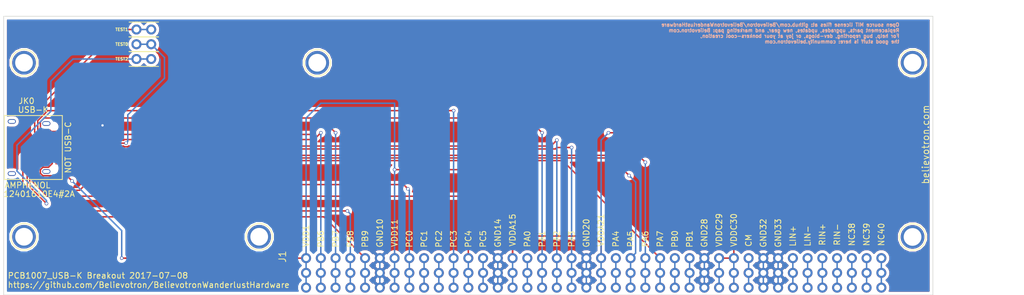
<source format=kicad_pcb>
(kicad_pcb (version 4) (host pcbnew 4.0.4-stable)

  (general
    (links 118)
    (no_connects 1)
    (area -0.050001 -48.050001 160.050001 0.050001)
    (thickness 1.6)
    (drawings 17)
    (tracks 294)
    (zones 0)
    (modules 16)
    (nets 34)
  )

  (page A4)
  (layers
    (0 F.Cu signal)
    (31 B.Cu signal)
    (32 B.Adhes user)
    (33 F.Adhes user)
    (34 B.Paste user)
    (35 F.Paste user)
    (36 B.SilkS user)
    (37 F.SilkS user)
    (38 B.Mask user)
    (39 F.Mask user)
    (40 Dwgs.User user hide)
    (41 Cmts.User user)
    (42 Eco1.User user)
    (43 Eco2.User user)
    (44 Edge.Cuts user)
    (45 Margin user)
    (46 B.CrtYd user)
    (47 F.CrtYd user hide)
    (48 B.Fab user)
    (49 F.Fab user hide)
  )

  (setup
    (last_trace_width 0.25)
    (trace_clearance 0.2)
    (zone_clearance 0.508)
    (zone_45_only no)
    (trace_min 0.2)
    (segment_width 0.2)
    (edge_width 0.1)
    (via_size 0.6)
    (via_drill 0.4)
    (via_min_size 0.4)
    (via_min_drill 0.3)
    (uvia_size 0.3)
    (uvia_drill 0.1)
    (uvias_allowed no)
    (uvia_min_size 0.2)
    (uvia_min_drill 0.1)
    (pcb_text_width 0.3)
    (pcb_text_size 1.5 1.5)
    (mod_edge_width 0.15)
    (mod_text_size 1 1)
    (mod_text_width 0.15)
    (pad_size 4.064 4.064)
    (pad_drill 3.048)
    (pad_to_mask_clearance 0)
    (aux_axis_origin 0 0)
    (visible_elements 7FFEFFFF)
    (pcbplotparams
      (layerselection 0x010fc_80000001)
      (usegerberextensions false)
      (excludeedgelayer true)
      (linewidth 0.100000)
      (plotframeref false)
      (viasonmask false)
      (mode 1)
      (useauxorigin false)
      (hpglpennumber 1)
      (hpglpenspeed 20)
      (hpglpendiameter 15)
      (hpglpenoverlay 2)
      (psnegative false)
      (psa4output false)
      (plotreference true)
      (plotvalue true)
      (plotinvisibletext false)
      (padsonsilk false)
      (subtractmaskfromsilk false)
      (outputformat 1)
      (mirror false)
      (drillshape 0)
      (scaleselection 1)
      (outputdirectory PCB1005-KnobCore_Gerbers_2017-06-07/))
  )

  (net 0 "")
  (net 1 GND)
  (net 2 +3V3)
  (net 3 /VOLUME)
  (net 4 /I2C_SCL)
  (net 5 /I2C_SDA)
  (net 6 /SPI_CLK)
  (net 7 /SPI_MISO)
  (net 8 /SPI_MOSI)
  (net 9 "Net-(J1-Pad31)")
  (net 10 "Net-(J1-Pad34)")
  (net 11 "Net-(J1-Pad35)")
  (net 12 "Net-(J1-Pad36)")
  (net 13 "Net-(J1-Pad37)")
  (net 14 "Net-(J1-Pad38)")
  (net 15 "Net-(J1-Pad39)")
  (net 16 "Net-(J1-Pad40)")
  (net 17 /CS_8_15)
  (net 18 /CS_0_7)
  (net 19 "Net-(J1-Pad13)")
  (net 20 "Net-(J1-Pad22)")
  (net 21 /!OLED_RESET)
  (net 22 /JOY_1_SW)
  (net 23 /JOY_2_SW)
  (net 24 /JOY_3_SW)
  (net 25 /JOY_K_SW)
  (net 26 /JOY_SW)
  (net 27 /JOY0)
  (net 28 /JOY1)
  (net 29 /TX)
  (net 30 /RX)
  (net 31 /TEST0)
  (net 32 /TEST2)
  (net 33 /TEST1)

  (net_class Default "This is the default net class."
    (clearance 0.2)
    (trace_width 0.25)
    (via_dia 0.6)
    (via_drill 0.4)
    (uvia_dia 0.3)
    (uvia_drill 0.1)
    (add_net +3V3)
    (add_net /!OLED_RESET)
    (add_net /CS_0_7)
    (add_net /CS_8_15)
    (add_net /I2C_SCL)
    (add_net /I2C_SDA)
    (add_net /JOY0)
    (add_net /JOY1)
    (add_net /JOY_1_SW)
    (add_net /JOY_2_SW)
    (add_net /JOY_3_SW)
    (add_net /JOY_K_SW)
    (add_net /JOY_SW)
    (add_net /RX)
    (add_net /SPI_CLK)
    (add_net /SPI_MISO)
    (add_net /SPI_MOSI)
    (add_net /TEST0)
    (add_net /TEST1)
    (add_net /TEST2)
    (add_net /TX)
    (add_net /VOLUME)
    (add_net GND)
    (add_net "Net-(J1-Pad13)")
    (add_net "Net-(J1-Pad22)")
    (add_net "Net-(J1-Pad31)")
    (add_net "Net-(J1-Pad34)")
    (add_net "Net-(J1-Pad35)")
    (add_net "Net-(J1-Pad36)")
    (add_net "Net-(J1-Pad37)")
    (add_net "Net-(J1-Pad38)")
    (add_net "Net-(J1-Pad39)")
    (add_net "Net-(J1-Pad40)")
  )

  (module Fiducials:Fiducial_1mm_Dia_2.54mm_Outer_CopperTop (layer F.Cu) (tedit 58896B7C) (tstamp 59610E74)
    (at 12.7 -7.62)
    (descr "Circular Fiducial, 1mm bare copper top; 2.54mm keepout")
    (tags marker)
    (attr virtual)
    (fp_text reference REF** (at 3.4 0.7) (layer F.SilkS) hide
      (effects (font (size 1 1) (thickness 0.15)))
    )
    (fp_text value Fiducial_1mm_Dia_2.54mm_Outer_CopperTop (at 0 -1.8) (layer F.Fab)
      (effects (font (size 1 1) (thickness 0.15)))
    )
    (fp_circle (center 0 0) (end 1.55 0) (layer F.CrtYd) (width 0.05))
    (pad ~ smd circle (at 0 0) (size 1 1) (layers F.Cu F.Mask)
      (solder_mask_margin 0.77) (clearance 0.77))
  )

  (module Fiducials:Fiducial_1mm_Dia_2.54mm_Outer_CopperTop (layer F.Cu) (tedit 58896B7C) (tstamp 59610E6F)
    (at 12.7 -35.56)
    (descr "Circular Fiducial, 1mm bare copper top; 2.54mm keepout")
    (tags marker)
    (attr virtual)
    (fp_text reference REF** (at 3.4 0.7) (layer F.SilkS) hide
      (effects (font (size 1 1) (thickness 0.15)))
    )
    (fp_text value Fiducial_1mm_Dia_2.54mm_Outer_CopperTop (at 0 -1.8) (layer F.Fab)
      (effects (font (size 1 1) (thickness 0.15)))
    )
    (fp_circle (center 0 0) (end 1.55 0) (layer F.CrtYd) (width 0.05))
    (pad ~ smd circle (at 0 0) (size 1 1) (layers F.Cu F.Mask)
      (solder_mask_margin 0.77) (clearance 0.77))
  )

  (module Connect:1pin (layer F.Cu) (tedit 58896CB2) (tstamp 59610D7A)
    (at 44 -10.033)
    (descr "module 1 pin (ou trou mecanique de percage)")
    (tags DEV)
    (fp_text reference REF** (at 0 -3.048) (layer F.SilkS) hide
      (effects (font (size 1 1) (thickness 0.15)))
    )
    (fp_text value 1pin (at 0 3) (layer F.Fab)
      (effects (font (size 1 1) (thickness 0.15)))
    )
    (fp_circle (center 0 0) (end 2 0.8) (layer F.Fab) (width 0.1))
    (fp_circle (center 0 0) (end 2.6 0) (layer F.CrtYd) (width 0.05))
    (fp_circle (center 0 0) (end 0 -2.286) (layer F.SilkS) (width 0.12))
    (pad 1 thru_hole circle (at 0 0) (size 4.064 4.064) (drill 3.048) (layers *.Cu *.Mask))
  )

  (module Connect:1pin (layer F.Cu) (tedit 58896CB2) (tstamp 59610CF4)
    (at 3.5 -10.033)
    (descr "module 1 pin (ou trou mecanique de percage)")
    (tags DEV)
    (fp_text reference REF** (at 0 -3.048) (layer F.SilkS) hide
      (effects (font (size 1 1) (thickness 0.15)))
    )
    (fp_text value 1pin (at 0 3) (layer F.Fab)
      (effects (font (size 1 1) (thickness 0.15)))
    )
    (fp_circle (center 0 0) (end 2 0.8) (layer F.Fab) (width 0.1))
    (fp_circle (center 0 0) (end 2.6 0) (layer F.CrtYd) (width 0.05))
    (fp_circle (center 0 0) (end 0 -2.286) (layer F.SilkS) (width 0.12))
    (pad 1 thru_hole circle (at 0 0) (size 4.064 4.064) (drill 3.048) (layers *.Cu *.Mask))
  )

  (module Connect:1pin (layer F.Cu) (tedit 58896CB2) (tstamp 592F132B)
    (at 54 -40)
    (descr "module 1 pin (ou trou mecanique de percage)")
    (tags DEV)
    (fp_text reference REF** (at 0 -3.048) (layer F.SilkS) hide
      (effects (font (size 1 1) (thickness 0.15)))
    )
    (fp_text value 1pin (at 0 3) (layer F.Fab)
      (effects (font (size 1 1) (thickness 0.15)))
    )
    (fp_circle (center 0 0) (end 2 0.8) (layer F.Fab) (width 0.1))
    (fp_circle (center 0 0) (end 2.6 0) (layer F.CrtYd) (width 0.05))
    (fp_circle (center 0 0) (end 0 -2.286) (layer F.SilkS) (width 0.12))
    (pad 1 thru_hole circle (at 0 0) (size 4.064 4.064) (drill 3.048) (layers *.Cu *.Mask))
  )

  (module Fiducials:Fiducial_1mm_Dia_2.54mm_Outer_CopperBottom (layer B.Cu) (tedit 58896CF4) (tstamp 591E2A6C)
    (at 157.48 -45.72)
    (descr "Circular Fiducial, 1mm bare copper bottom; 2.54mm keepout")
    (tags marker)
    (attr virtual)
    (fp_text reference REF** (at 3.4 -0.7) (layer B.SilkS) hide
      (effects (font (size 1 1) (thickness 0.15)) (justify mirror))
    )
    (fp_text value Fiducial_1mm_Dia_2.54mm_Outer_CopperBottom (at 0 1.8) (layer B.Fab)
      (effects (font (size 1 1) (thickness 0.15)) (justify mirror))
    )
    (fp_circle (center 0 0) (end 1.55 0) (layer F.CrtYd) (width 0.05))
    (pad ~ smd circle (at 0 0) (size 1 1) (layers F.Cu F.Mask)
      (solder_mask_margin 0.77) (clearance 0.77))
  )

  (module Connect:1pin (layer F.Cu) (tedit 58896CB2) (tstamp 591E2908)
    (at 156.5 -40)
    (descr "module 1 pin (ou trou mecanique de percage)")
    (tags DEV)
    (fp_text reference REF** (at 0 -3.048) (layer F.SilkS) hide
      (effects (font (size 1 1) (thickness 0.15)))
    )
    (fp_text value 1pin (at 0 3) (layer F.Fab)
      (effects (font (size 1 1) (thickness 0.15)))
    )
    (fp_circle (center 0 0) (end 2 0.8) (layer F.Fab) (width 0.1))
    (fp_circle (center 0 0) (end 2.6 0) (layer F.CrtYd) (width 0.05))
    (fp_circle (center 0 0) (end 0 -2.286) (layer F.SilkS) (width 0.12))
    (pad 1 thru_hole circle (at 0 0) (size 4.064 4.064) (drill 3.048) (layers *.Cu *.Mask))
  )

  (module Connect:1pin (layer F.Cu) (tedit 58896CB2) (tstamp 591E28E8)
    (at 156.5 -10)
    (descr "module 1 pin (ou trou mecanique de percage)")
    (tags DEV)
    (fp_text reference REF** (at 0 -3.048) (layer F.SilkS) hide
      (effects (font (size 1 1) (thickness 0.15)))
    )
    (fp_text value 1pin (at 0 3) (layer F.Fab)
      (effects (font (size 1 1) (thickness 0.15)))
    )
    (fp_circle (center 0 0) (end 2 0.8) (layer F.Fab) (width 0.1))
    (fp_circle (center 0 0) (end 2.6 0) (layer F.CrtYd) (width 0.05))
    (fp_circle (center 0 0) (end 0 -2.286) (layer F.SilkS) (width 0.12))
    (pad 1 thru_hole circle (at 0 0) (size 4.064 4.064) (drill 3.048) (layers *.Cu *.Mask))
  )

  (module Fiducials:Fiducial_1mm_Dia_2.54mm_Outer_CopperBottom (layer B.Cu) (tedit 58896CF4) (tstamp 58899043)
    (at 157.48 -5.08)
    (descr "Circular Fiducial, 1mm bare copper bottom; 2.54mm keepout")
    (tags marker)
    (attr virtual)
    (fp_text reference REF** (at 3.4 -0.7) (layer B.SilkS) hide
      (effects (font (size 1 1) (thickness 0.15)) (justify mirror))
    )
    (fp_text value Fiducial_1mm_Dia_2.54mm_Outer_CopperBottom (at 0 1.8) (layer B.Fab)
      (effects (font (size 1 1) (thickness 0.15)) (justify mirror))
    )
    (fp_circle (center 0 0) (end 1.55 0) (layer F.CrtYd) (width 0.05))
    (pad ~ smd circle (at 0 0) (size 1 1) (layers F.Cu F.Mask)
      (solder_mask_margin 0.77) (clearance 0.77))
  )

  (module Fiducials:Fiducial_1mm_Dia_2.54mm_Outer_CopperTop (layer F.Cu) (tedit 58896B7C) (tstamp 58899026)
    (at 2.54 -35.56)
    (descr "Circular Fiducial, 1mm bare copper top; 2.54mm keepout")
    (tags marker)
    (attr virtual)
    (fp_text reference REF** (at 3.4 0.7) (layer F.SilkS) hide
      (effects (font (size 1 1) (thickness 0.15)))
    )
    (fp_text value Fiducial_1mm_Dia_2.54mm_Outer_CopperTop (at 0 -1.8) (layer F.Fab)
      (effects (font (size 1 1) (thickness 0.15)))
    )
    (fp_circle (center 0 0) (end 1.55 0) (layer F.CrtYd) (width 0.05))
    (pad ~ smd circle (at 0 0) (size 1 1) (layers F.Cu F.Mask)
      (solder_mask_margin 0.77) (clearance 0.77))
  )

  (module Connect:1pin (layer F.Cu) (tedit 58896CB2) (tstamp 582F5472)
    (at 3.5 -40)
    (descr "module 1 pin (ou trou mecanique de percage)")
    (tags DEV)
    (fp_text reference REF** (at 0 -3.048) (layer F.SilkS) hide
      (effects (font (size 1 1) (thickness 0.15)))
    )
    (fp_text value 1pin (at 0 3) (layer F.Fab)
      (effects (font (size 1 1) (thickness 0.15)))
    )
    (fp_circle (center 0 0) (end 2 0.8) (layer F.Fab) (width 0.1))
    (fp_circle (center 0 0) (end 2.6 0) (layer F.CrtYd) (width 0.05))
    (fp_circle (center 0 0) (end 0 -2.286) (layer F.SilkS) (width 0.12))
    (pad 1 thru_hole circle (at 0 0) (size 4.064 4.064) (drill 3.048) (layers *.Cu *.Mask))
  )

  (module Liberry:USB-K_12401610E4_2A (layer F.Cu) (tedit 595577B8) (tstamp 59610B11)
    (at 8.597 -25.4 270)
    (path /59612141)
    (fp_text reference JK0 (at -8.009 4.66 360) (layer F.SilkS)
      (effects (font (size 1 1) (thickness 0.15)))
    )
    (fp_text value USB-K (at 20.066 10.668 270) (layer F.Fab)
      (effects (font (size 1 1) (thickness 0.15)))
    )
    (fp_text user "NOT USB-C" (at 0 -2.5 270) (layer F.SilkS)
      (effects (font (size 1 1) (thickness 0.15)))
    )
    (fp_text user AMPHENOL (at 6.5 4.5 360) (layer F.SilkS)
      (effects (font (size 1 1) (thickness 0.15)))
    )
    (fp_text user 12401610E4#2A (at 8 2.5 360) (layer F.SilkS)
      (effects (font (size 1 1) (thickness 0.15)))
    )
    (fp_text user USB-K (at -6.5 3.5 360) (layer F.SilkS)
      (effects (font (size 1 1) (thickness 0.15)))
    )
    (fp_line (start 5.5 8.5) (end -5.5 8.5) (layer F.SilkS) (width 0.15))
    (fp_line (start 5.5 -1.5) (end 5.5 8.5) (layer F.SilkS) (width 0.15))
    (fp_line (start 5 -1.5) (end 5.5 -1.5) (layer F.SilkS) (width 0.15))
    (fp_line (start -5.5 -1.5) (end 5 -1.5) (layer F.SilkS) (width 0.15))
    (fp_line (start -5.5 8.5) (end -5.5 -1.5) (layer F.SilkS) (width 0.15))
    (pad A1 smd rect (at -2.75 -0.66 270) (size 0.3 0.7) (layers F.Cu F.Paste F.Mask)
      (net 1 GND))
    (pad A2 smd rect (at -2.25 -0.66 270) (size 0.3 0.7) (layers F.Cu F.Paste F.Mask)
      (net 18 /CS_0_7))
    (pad A3 smd rect (at -1.75 -0.66 270) (size 0.3 0.7) (layers F.Cu F.Paste F.Mask)
      (net 17 /CS_8_15))
    (pad A4 smd rect (at -1.25 -0.66 270) (size 0.3 0.7) (layers F.Cu F.Paste F.Mask)
      (net 2 +3V3))
    (pad A5 smd rect (at -0.75 -0.66 270) (size 0.3 0.7) (layers F.Cu F.Paste F.Mask)
      (net 31 /TEST0))
    (pad A6 smd rect (at -0.25 -0.66 270) (size 0.3 0.7) (layers F.Cu F.Paste F.Mask)
      (net 29 /TX))
    (pad A7 smd rect (at 0.25 -0.66 270) (size 0.3 0.7) (layers F.Cu F.Paste F.Mask)
      (net 30 /RX))
    (pad A8 smd rect (at 0.75 -0.66 270) (size 0.3 0.7) (layers F.Cu F.Paste F.Mask)
      (net 7 /SPI_MISO))
    (pad A9 smd rect (at 1.25 -0.66 270) (size 0.3 0.7) (layers F.Cu F.Paste F.Mask)
      (net 2 +3V3))
    (pad A10 smd rect (at 1.75 -0.66 270) (size 0.3 0.7) (layers F.Cu F.Paste F.Mask)
      (net 6 /SPI_CLK))
    (pad A11 smd rect (at 2.25 -0.66 270) (size 0.3 0.7) (layers F.Cu F.Paste F.Mask)
      (net 8 /SPI_MOSI))
    (pad A12 smd rect (at 2.75 -0.66 270) (size 0.3 0.7) (layers F.Cu F.Paste F.Mask)
      (net 1 GND))
    (pad B1 smd rect (at 2.5 1.25 270) (size 0.3 0.7) (layers F.Cu F.Paste F.Mask)
      (net 1 GND))
    (pad B2 smd rect (at 2 1.25 270) (size 0.3 0.7) (layers F.Cu F.Paste F.Mask)
      (net 26 /JOY_SW))
    (pad B3 smd rect (at 1.5 1.25 270) (size 0.3 0.7) (layers F.Cu F.Paste F.Mask)
      (net 28 /JOY1))
    (pad B4 smd rect (at 1 1.25 270) (size 0.3 0.7) (layers F.Cu F.Paste F.Mask)
      (net 2 +3V3))
    (pad B5 smd rect (at 0.5 1.25 270) (size 0.3 0.7) (layers F.Cu F.Paste F.Mask)
      (net 32 /TEST2))
    (pad B6 smd rect (at 0 1.25 270) (size 0.3 0.7) (layers F.Cu F.Paste F.Mask)
      (net 4 /I2C_SCL))
    (pad B7 smd rect (at -0.5 1.25 270) (size 0.3 0.7) (layers F.Cu F.Paste F.Mask)
      (net 5 /I2C_SDA))
    (pad B8 smd rect (at -1 1.25 270) (size 0.3 0.7) (layers F.Cu F.Paste F.Mask)
      (net 33 /TEST1))
    (pad B9 smd rect (at -1.5 1.25 270) (size 0.3 0.7) (layers F.Cu F.Paste F.Mask)
      (net 2 +3V3))
    (pad B10 smd rect (at -2 1.25 270) (size 0.3 0.7) (layers F.Cu F.Paste F.Mask)
      (net 27 /JOY0))
    (pad B11 smd rect (at -2.5 1.25 270) (size 0.3 0.7) (layers F.Cu F.Paste F.Mask)
      (net 3 /VOLUME))
    (pad B12 smd rect (at -3 1.25 270) (size 0.3 0.7) (layers F.Cu F.Paste F.Mask)
      (net 1 GND))
    (pad "" np_thru_hole circle (at -3.6 0 270) (size 0.675 0.675) (drill 0.675) (layers *.Cu))
    (pad "" np_thru_hole oval (at 3.6 0 270) (size 0.95 0.675) (drill oval 0.95 0.675) (layers *.Cu))
    (pad "" thru_hole oval (at -4.49 7.2 270) (size 0.8 1.4) (drill oval 0.5 1.1) (layers *.Cu *.Mask))
    (pad "" thru_hole oval (at 4.49 7.2 270) (size 0.8 1.4) (drill oval 0.5 1.1) (layers *.Cu *.Mask))
    (pad "" thru_hole oval (at -4.13 1.25 270) (size 0.8 1.4) (drill oval 0.5 1.1) (layers *.Cu *.Mask))
    (pad "" thru_hole oval (at 4.13 1.25 270) (size 0.8 1.4) (drill oval 0.5 1.1) (layers *.Cu *.Mask))
  )

  (module Liberry:TH_0.1_1x2_Jumper (layer F.Cu) (tedit 58684C64) (tstamp 59610B19)
    (at 22.86 -43.18)
    (descr "10 pins through hole IDC header")
    (tags "IDC header socket VASCH")
    (path /59612194)
    (fp_text reference TEST0 (at -2.54 0) (layer F.SilkS)
      (effects (font (size 0.5 0.5) (thickness 0.125)))
    )
    (fp_text value CONN_01X01 (at 0 2.54) (layer F.Fab)
      (effects (font (size 1 1) (thickness 0.15)))
    )
    (fp_line (start -1.27 1.27) (end 3.81 1.27) (layer F.SilkS) (width 0.15))
    (fp_line (start -1.27 -1.27) (end 3.81 -1.27) (layer F.SilkS) (width 0.15))
    (pad 1 thru_hole circle (at 0 0) (size 1.7272 1.7272) (drill 1.016) (layers *.Cu *.Mask)
      (net 31 /TEST0))
    (pad 1 thru_hole circle (at 2.54 0) (size 1.7272 1.7272) (drill 1.016) (layers *.Cu *.Mask)
      (net 31 /TEST0))
  )

  (module Liberry:TH_0.1_1x2_Jumper (layer F.Cu) (tedit 58684C64) (tstamp 59610B21)
    (at 22.86 -45.72)
    (descr "10 pins through hole IDC header")
    (tags "IDC header socket VASCH")
    (path /596121B3)
    (fp_text reference TEST1 (at -2.54 0) (layer F.SilkS)
      (effects (font (size 0.5 0.5) (thickness 0.125)))
    )
    (fp_text value CONN_01X01 (at 0 2.54) (layer F.Fab)
      (effects (font (size 1 1) (thickness 0.15)))
    )
    (fp_line (start -1.27 1.27) (end 3.81 1.27) (layer F.SilkS) (width 0.15))
    (fp_line (start -1.27 -1.27) (end 3.81 -1.27) (layer F.SilkS) (width 0.15))
    (pad 1 thru_hole circle (at 0 0) (size 1.7272 1.7272) (drill 1.016) (layers *.Cu *.Mask)
      (net 33 /TEST1))
    (pad 1 thru_hole circle (at 2.54 0) (size 1.7272 1.7272) (drill 1.016) (layers *.Cu *.Mask)
      (net 33 /TEST1))
  )

  (module Liberry:TH_0.1_1x2_Jumper (layer F.Cu) (tedit 58684C64) (tstamp 59610B29)
    (at 22.86 -40.64)
    (descr "10 pins through hole IDC header")
    (tags "IDC header socket VASCH")
    (path /596121BC)
    (fp_text reference TEST2 (at -2.54 0) (layer F.SilkS)
      (effects (font (size 0.5 0.5) (thickness 0.125)))
    )
    (fp_text value CONN_01X01 (at 0 2.54) (layer F.Fab)
      (effects (font (size 1 1) (thickness 0.15)))
    )
    (fp_line (start -1.27 1.27) (end 3.81 1.27) (layer F.SilkS) (width 0.15))
    (fp_line (start -1.27 -1.27) (end 3.81 -1.27) (layer F.SilkS) (width 0.15))
    (pad 1 thru_hole circle (at 0 0) (size 1.7272 1.7272) (drill 1.016) (layers *.Cu *.Mask)
      (net 32 /TEST2))
    (pad 1 thru_hole circle (at 2.54 0) (size 1.7272 1.7272) (drill 1.016) (layers *.Cu *.Mask)
      (net 32 /TEST2))
  )

  (module Liberry:Axoloti-40x3_slim (layer F.Cu) (tedit 59611002) (tstamp 591BA8C5)
    (at 52.07 -3.81)
    (path /591BA4F8)
    (fp_text reference J1 (at -4.064 -2.794 90) (layer F.SilkS)
      (effects (font (size 1.2 1.2) (thickness 0.15)))
    )
    (fp_text value Axoloti_40Pin (at -2.794 -4.826 90) (layer F.Fab)
      (effects (font (size 1.2 1.2) (thickness 0.15)))
    )
    (fp_text user NC40 (at 99.06 -6.604 90) (layer F.SilkS)
      (effects (font (size 1 1) (thickness 0.15)))
    )
    (fp_text user NC39 (at 96.52 -6.604 90) (layer F.SilkS)
      (effects (font (size 1 1) (thickness 0.15)))
    )
    (fp_text user NC38 (at 93.98 -6.604 90) (layer F.SilkS)
      (effects (font (size 1 1) (thickness 0.15)))
    )
    (fp_text user RIN- (at 91.44 -6.604 90) (layer F.SilkS)
      (effects (font (size 1 1) (thickness 0.15)))
    )
    (fp_text user RIN+ (at 88.9 -6.604 90) (layer F.SilkS)
      (effects (font (size 1 1) (thickness 0.15)))
    )
    (fp_text user LIN- (at 86.36 -6.35 90) (layer F.SilkS)
      (effects (font (size 1 1) (thickness 0.15)))
    )
    (fp_text user LIN+ (at 83.82 -6.35 90) (layer F.SilkS)
      (effects (font (size 1 1) (thickness 0.15)))
    )
    (fp_text user GND33 (at 81.28 -6.858 90) (layer F.SilkS)
      (effects (font (size 1 1) (thickness 0.15)))
    )
    (fp_text user GND32 (at 78.74 -6.858 90) (layer F.SilkS)
      (effects (font (size 1 1) (thickness 0.15)))
    )
    (fp_text user CM (at 76.2 -5.588 90) (layer F.SilkS)
      (effects (font (size 1 1) (thickness 0.15)))
    )
    (fp_text user VDDC30 (at 73.66 -7.366 90) (layer F.SilkS)
      (effects (font (size 1 1) (thickness 0.15)))
    )
    (fp_text user VDDC29 (at 71.12 -7.366 90) (layer F.SilkS)
      (effects (font (size 1 1) (thickness 0.15)))
    )
    (fp_text user GND28 (at 68.58 -6.858 90) (layer F.SilkS)
      (effects (font (size 1 1) (thickness 0.15)))
    )
    (fp_text user PB1 (at 66.04 -5.842 90) (layer F.SilkS)
      (effects (font (size 1 1) (thickness 0.15)))
    )
    (fp_text user PB0 (at 63.5 -5.842 90) (layer F.SilkS)
      (effects (font (size 1 1) (thickness 0.15)))
    )
    (fp_text user PA7 (at 60.96 -5.842 90) (layer F.SilkS)
      (effects (font (size 1 1) (thickness 0.15)))
    )
    (fp_text user PA6 (at 58.42 -5.842 90) (layer F.SilkS)
      (effects (font (size 1 1) (thickness 0.15)))
    )
    (fp_text user PA5 (at 55.88 -5.842 90) (layer F.SilkS)
      (effects (font (size 1 1) (thickness 0.15)))
    )
    (fp_text user PA4 (at 53.34 -5.842 90) (layer F.SilkS)
      (effects (font (size 1 1) (thickness 0.15)))
    )
    (fp_text user VDDA21 (at 50.8 -7.366 90) (layer F.SilkS)
      (effects (font (size 1 1) (thickness 0.15)))
    )
    (fp_text user GND20 (at 48.26 -6.858 90) (layer F.SilkS)
      (effects (font (size 1 1) (thickness 0.15)))
    )
    (fp_text user PA3 (at 45.72 -5.842 90) (layer F.SilkS)
      (effects (font (size 1 1) (thickness 0.15)))
    )
    (fp_text user PA2 (at 43.18 -5.842 90) (layer F.SilkS)
      (effects (font (size 1 1) (thickness 0.15)))
    )
    (fp_text user PA1 (at 40.64 -5.842 90) (layer F.SilkS)
      (effects (font (size 1 1) (thickness 0.15)))
    )
    (fp_text user PA0 (at 38.1 -5.842 90) (layer F.SilkS)
      (effects (font (size 1 1) (thickness 0.15)))
    )
    (fp_text user VDDA15 (at 35.56 -7.366 90) (layer F.SilkS)
      (effects (font (size 1 1) (thickness 0.15)))
    )
    (fp_text user GND14 (at 33.02 -6.858 90) (layer F.SilkS)
      (effects (font (size 1 1) (thickness 0.15)))
    )
    (fp_text user PC5 (at 30.48 -5.842 90) (layer F.SilkS)
      (effects (font (size 1 1) (thickness 0.15)))
    )
    (fp_text user PC4 (at 27.94 -5.842 90) (layer F.SilkS)
      (effects (font (size 1 1) (thickness 0.15)))
    )
    (fp_text user PC3 (at 25.4 -5.842 90) (layer F.SilkS)
      (effects (font (size 1 1) (thickness 0.15)))
    )
    (fp_text user PC2 (at 22.86 -5.842 90) (layer F.SilkS)
      (effects (font (size 1 1) (thickness 0.15)))
    )
    (fp_text user PC1 (at 20.32 -5.842 90) (layer F.SilkS)
      (effects (font (size 1 1) (thickness 0.15)))
    )
    (fp_text user PC0 (at 17.78 -5.842 90) (layer F.SilkS)
      (effects (font (size 1 1) (thickness 0.15)))
    )
    (fp_text user VDD11 (at 15.24 -6.858 90) (layer F.SilkS)
      (effects (font (size 1 1) (thickness 0.15)))
    )
    (fp_text user GND10 (at 12.7 -6.858 90) (layer F.SilkS)
      (effects (font (size 1 1) (thickness 0.15)))
    )
    (fp_text user PB9 (at 10.16 -5.842 90) (layer F.SilkS)
      (effects (font (size 1 1) (thickness 0.15)))
    )
    (fp_text user PB8 (at 7.62 -5.842 90) (layer F.SilkS)
      (effects (font (size 1 1) (thickness 0.15)))
    )
    (fp_text user PB7 (at 5.08 -5.842 90) (layer F.SilkS)
      (effects (font (size 1 1) (thickness 0.15)))
    )
    (fp_text user PB6 (at 2.54 -5.842 90) (layer F.SilkS)
      (effects (font (size 1 1) (thickness 0.15)))
    )
    (fp_text user VDD1 (at 0 -6.35 90) (layer F.SilkS)
      (effects (font (size 1 1) (thickness 0.15)))
    )
    (pad 12 thru_hole circle (at 27.94 0) (size 1.7272 1.7272) (drill 1.016) (layers *.Cu *.Mask)
      (net 28 /JOY1))
    (pad 38 thru_hole circle (at 93.98 0) (size 1.7272 1.7272) (drill 1.016) (layers *.Cu *.Mask)
      (net 14 "Net-(J1-Pad38)"))
    (pad 4 thru_hole circle (at 7.62 0) (size 1.7272 1.7272) (drill 1.016) (layers *.Cu *.Mask)
      (net 4 /I2C_SCL))
    (pad 1 thru_hole circle (at 0 0) (size 1.7272 1.7272) (drill 1.016) (layers *.Cu *.Mask)
      (net 2 +3V3))
    (pad 2 thru_hole circle (at 2.54 0) (size 1.7272 1.7272) (drill 1.016) (layers *.Cu *.Mask)
      (net 17 /CS_8_15))
    (pad 3 thru_hole circle (at 5.08 0) (size 1.7272 1.7272) (drill 1.016) (layers *.Cu *.Mask)
      (net 18 /CS_0_7))
    (pad 5 thru_hole circle (at 10.16 0) (size 1.7272 1.7272) (drill 1.016) (layers *.Cu *.Mask)
      (net 5 /I2C_SDA))
    (pad 9 thru_hole circle (at 20.32 0) (size 1.7272 1.7272) (drill 1.016) (layers *.Cu *.Mask)
      (net 22 /JOY_1_SW))
    (pad 6 thru_hole circle (at 12.7 0) (size 1.7272 1.7272) (drill 1.016) (layers *.Cu *.Mask)
      (net 1 GND))
    (pad 7 thru_hole circle (at 15.24 0) (size 1.7272 1.7272) (drill 1.016) (layers *.Cu *.Mask)
      (net 2 +3V3))
    (pad 8 thru_hole circle (at 17.78 0) (size 1.7272 1.7272) (drill 1.016) (layers *.Cu *.Mask)
      (net 26 /JOY_SW))
    (pad 10 thru_hole circle (at 22.86 0) (size 1.7272 1.7272) (drill 1.016) (layers *.Cu *.Mask)
      (net 21 /!OLED_RESET))
    (pad 14 thru_hole circle (at 33.02 0) (size 1.7272 1.7272) (drill 1.016) (layers *.Cu *.Mask)
      (net 1 GND))
    (pad 11 thru_hole circle (at 25.4 0) (size 1.7272 1.7272) (drill 1.016) (layers *.Cu *.Mask)
      (net 27 /JOY0))
    (pad 12 thru_hole circle (at 27.94 0) (size 1.7272 1.7272) (drill 1.016) (layers *.Cu *.Mask)
      (net 28 /JOY1))
    (pad 13 thru_hole circle (at 30.48 0) (size 1.7272 1.7272) (drill 1.016) (layers *.Cu *.Mask)
      (net 19 "Net-(J1-Pad13)"))
    (pad 15 thru_hole circle (at 35.56 0) (size 1.7272 1.7272) (drill 1.016) (layers *.Cu *.Mask)
      (net 2 +3V3))
    (pad 19 thru_hole circle (at 45.72 0) (size 1.7272 1.7272) (drill 1.016) (layers *.Cu *.Mask)
      (net 30 /RX))
    (pad 16 thru_hole circle (at 38.1 0) (size 1.7272 1.7272) (drill 1.016) (layers *.Cu *.Mask)
      (net 25 /JOY_K_SW))
    (pad 17 thru_hole circle (at 40.64 0) (size 1.7272 1.7272) (drill 1.016) (layers *.Cu *.Mask)
      (net 3 /VOLUME))
    (pad 18 thru_hole circle (at 43.18 0) (size 1.7272 1.7272) (drill 1.016) (layers *.Cu *.Mask)
      (net 29 /TX))
    (pad 20 thru_hole circle (at 48.26 0) (size 1.7272 1.7272) (drill 1.016) (layers *.Cu *.Mask)
      (net 1 GND))
    (pad 24 thru_hole circle (at 58.42 0) (size 1.7272 1.7272) (drill 1.016) (layers *.Cu *.Mask)
      (net 7 /SPI_MISO))
    (pad 21 thru_hole circle (at 50.8 0) (size 1.7272 1.7272) (drill 1.016) (layers *.Cu *.Mask)
      (net 2 +3V3))
    (pad 22 thru_hole circle (at 53.34 0) (size 1.7272 1.7272) (drill 1.016) (layers *.Cu *.Mask)
      (net 20 "Net-(J1-Pad22)"))
    (pad 23 thru_hole circle (at 55.88 0) (size 1.7272 1.7272) (drill 1.016) (layers *.Cu *.Mask)
      (net 6 /SPI_CLK))
    (pad 25 thru_hole circle (at 60.96 0) (size 1.7272 1.7272) (drill 1.016) (layers *.Cu *.Mask)
      (net 8 /SPI_MOSI))
    (pad 29 thru_hole circle (at 71.12 0) (size 1.7272 1.7272) (drill 1.016) (layers *.Cu *.Mask)
      (net 2 +3V3))
    (pad 26 thru_hole circle (at 63.5 0) (size 1.7272 1.7272) (drill 1.016) (layers *.Cu *.Mask)
      (net 23 /JOY_2_SW))
    (pad 27 thru_hole circle (at 66.04 0) (size 1.7272 1.7272) (drill 1.016) (layers *.Cu *.Mask)
      (net 24 /JOY_3_SW))
    (pad 28 thru_hole circle (at 68.58 0) (size 1.7272 1.7272) (drill 1.016) (layers *.Cu *.Mask)
      (net 1 GND))
    (pad 30 thru_hole circle (at 73.66 0) (size 1.7272 1.7272) (drill 1.016) (layers *.Cu *.Mask)
      (net 2 +3V3))
    (pad 34 thru_hole circle (at 83.82 0) (size 1.7272 1.7272) (drill 1.016) (layers *.Cu *.Mask)
      (net 10 "Net-(J1-Pad34)"))
    (pad 31 thru_hole circle (at 76.2 0) (size 1.7272 1.7272) (drill 1.016) (layers *.Cu *.Mask)
      (net 9 "Net-(J1-Pad31)"))
    (pad 32 thru_hole circle (at 78.74 0) (size 1.7272 1.7272) (drill 1.016) (layers *.Cu *.Mask)
      (net 1 GND))
    (pad 33 thru_hole circle (at 81.28 0) (size 1.7272 1.7272) (drill 1.016) (layers *.Cu *.Mask)
      (net 1 GND))
    (pad 35 thru_hole circle (at 86.36 0) (size 1.7272 1.7272) (drill 1.016) (layers *.Cu *.Mask)
      (net 11 "Net-(J1-Pad35)"))
    (pad 39 thru_hole circle (at 96.52 0) (size 1.7272 1.7272) (drill 1.016) (layers *.Cu *.Mask)
      (net 15 "Net-(J1-Pad39)"))
    (pad 36 thru_hole circle (at 88.9 0) (size 1.7272 1.7272) (drill 1.016) (layers *.Cu *.Mask)
      (net 12 "Net-(J1-Pad36)"))
    (pad 37 thru_hole circle (at 91.44 0) (size 1.7272 1.7272) (drill 1.016) (layers *.Cu *.Mask)
      (net 13 "Net-(J1-Pad37)"))
    (pad 40 thru_hole circle (at 99.06 0) (size 1.7272 1.7272) (drill 1.016) (layers *.Cu *.Mask)
      (net 16 "Net-(J1-Pad40)"))
    (pad 33 thru_hole circle (at 81.28 -2.54) (size 1.7272 1.7272) (drill 1.016) (layers *.Cu *.Mask)
      (net 1 GND))
    (pad 38 thru_hole circle (at 93.98 -2.54) (size 1.7272 1.7272) (drill 1.016) (layers *.Cu *.Mask)
      (net 14 "Net-(J1-Pad38)"))
    (pad 31 thru_hole circle (at 76.2 -2.54) (size 1.7272 1.7272) (drill 1.016) (layers *.Cu *.Mask)
      (net 9 "Net-(J1-Pad31)"))
    (pad 32 thru_hole circle (at 78.74 -2.54) (size 1.7272 1.7272) (drill 1.016) (layers *.Cu *.Mask)
      (net 1 GND))
    (pad 36 thru_hole circle (at 88.9 -2.54) (size 1.7272 1.7272) (drill 1.016) (layers *.Cu *.Mask)
      (net 12 "Net-(J1-Pad36)"))
    (pad 37 thru_hole circle (at 91.44 -2.54) (size 1.7272 1.7272) (drill 1.016) (layers *.Cu *.Mask)
      (net 13 "Net-(J1-Pad37)"))
    (pad 34 thru_hole circle (at 83.82 -2.54) (size 1.7272 1.7272) (drill 1.016) (layers *.Cu *.Mask)
      (net 10 "Net-(J1-Pad34)"))
    (pad 35 thru_hole circle (at 86.36 -2.54) (size 1.7272 1.7272) (drill 1.016) (layers *.Cu *.Mask)
      (net 11 "Net-(J1-Pad35)"))
    (pad 39 thru_hole circle (at 96.52 -2.54) (size 1.7272 1.7272) (drill 1.016) (layers *.Cu *.Mask)
      (net 15 "Net-(J1-Pad39)"))
    (pad 40 thru_hole circle (at 99.06 -2.54) (size 1.7272 1.7272) (drill 1.016) (layers *.Cu *.Mask)
      (net 16 "Net-(J1-Pad40)"))
    (pad 13 thru_hole circle (at 30.48 -2.54) (size 1.7272 1.7272) (drill 1.016) (layers *.Cu *.Mask)
      (net 19 "Net-(J1-Pad13)"))
    (pad 18 thru_hole circle (at 43.18 -2.54) (size 1.7272 1.7272) (drill 1.016) (layers *.Cu *.Mask)
      (net 29 /TX))
    (pad 11 thru_hole circle (at 25.4 -2.54) (size 1.7272 1.7272) (drill 1.016) (layers *.Cu *.Mask)
      (net 27 /JOY0))
    (pad 12 thru_hole circle (at 27.94 -2.54) (size 1.7272 1.7272) (drill 1.016) (layers *.Cu *.Mask)
      (net 28 /JOY1))
    (pad 16 thru_hole circle (at 38.1 -2.54) (size 1.7272 1.7272) (drill 1.016) (layers *.Cu *.Mask)
      (net 25 /JOY_K_SW))
    (pad 17 thru_hole circle (at 40.64 -2.54) (size 1.7272 1.7272) (drill 1.016) (layers *.Cu *.Mask)
      (net 3 /VOLUME))
    (pad 14 thru_hole circle (at 33.02 -2.54) (size 1.7272 1.7272) (drill 1.016) (layers *.Cu *.Mask)
      (net 1 GND))
    (pad 15 thru_hole circle (at 35.56 -2.54) (size 1.7272 1.7272) (drill 1.016) (layers *.Cu *.Mask)
      (net 2 +3V3))
    (pad 19 thru_hole circle (at 45.72 -2.54) (size 1.7272 1.7272) (drill 1.016) (layers *.Cu *.Mask)
      (net 30 /RX))
    (pad 20 thru_hole circle (at 48.26 -2.54) (size 1.7272 1.7272) (drill 1.016) (layers *.Cu *.Mask)
      (net 1 GND))
    (pad 3 thru_hole circle (at 5.08 -2.54) (size 1.7272 1.7272) (drill 1.016) (layers *.Cu *.Mask)
      (net 18 /CS_0_7))
    (pad 8 thru_hole circle (at 17.78 -2.54) (size 1.7272 1.7272) (drill 1.016) (layers *.Cu *.Mask)
      (net 26 /JOY_SW))
    (pad 1 thru_hole circle (at 0 -2.54) (size 1.7272 1.7272) (drill 1.016) (layers *.Cu *.Mask)
      (net 2 +3V3))
    (pad 2 thru_hole circle (at 2.54 -2.54) (size 1.7272 1.7272) (drill 1.016) (layers *.Cu *.Mask)
      (net 17 /CS_8_15))
    (pad 6 thru_hole circle (at 12.7 -2.54) (size 1.7272 1.7272) (drill 1.016) (layers *.Cu *.Mask)
      (net 1 GND))
    (pad 7 thru_hole circle (at 15.24 -2.54) (size 1.7272 1.7272) (drill 1.016) (layers *.Cu *.Mask)
      (net 2 +3V3))
    (pad 4 thru_hole circle (at 7.62 -2.54) (size 1.7272 1.7272) (drill 1.016) (layers *.Cu *.Mask)
      (net 4 /I2C_SCL))
    (pad 5 thru_hole circle (at 10.16 -2.54) (size 1.7272 1.7272) (drill 1.016) (layers *.Cu *.Mask)
      (net 5 /I2C_SDA))
    (pad 9 thru_hole circle (at 20.32 -2.54) (size 1.7272 1.7272) (drill 1.016) (layers *.Cu *.Mask)
      (net 22 /JOY_1_SW))
    (pad 10 thru_hole circle (at 22.86 -2.54) (size 1.7272 1.7272) (drill 1.016) (layers *.Cu *.Mask)
      (net 21 /!OLED_RESET))
    (pad 23 thru_hole circle (at 55.88 -2.54) (size 1.7272 1.7272) (drill 1.016) (layers *.Cu *.Mask)
      (net 6 /SPI_CLK))
    (pad 28 thru_hole circle (at 68.58 -2.54) (size 1.7272 1.7272) (drill 1.016) (layers *.Cu *.Mask)
      (net 1 GND))
    (pad 21 thru_hole circle (at 50.8 -2.54) (size 1.7272 1.7272) (drill 1.016) (layers *.Cu *.Mask)
      (net 2 +3V3))
    (pad 22 thru_hole circle (at 53.34 -2.54) (size 1.7272 1.7272) (drill 1.016) (layers *.Cu *.Mask)
      (net 20 "Net-(J1-Pad22)"))
    (pad 26 thru_hole circle (at 63.5 -2.54) (size 1.7272 1.7272) (drill 1.016) (layers *.Cu *.Mask)
      (net 23 /JOY_2_SW))
    (pad 27 thru_hole circle (at 66.04 -2.54) (size 1.7272 1.7272) (drill 1.016) (layers *.Cu *.Mask)
      (net 24 /JOY_3_SW))
    (pad 24 thru_hole circle (at 58.42 -2.54) (size 1.7272 1.7272) (drill 1.016) (layers *.Cu *.Mask)
      (net 7 /SPI_MISO))
    (pad 25 thru_hole circle (at 60.96 -2.54) (size 1.7272 1.7272) (drill 1.016) (layers *.Cu *.Mask)
      (net 8 /SPI_MOSI))
    (pad 29 thru_hole circle (at 71.12 -2.54) (size 1.7272 1.7272) (drill 1.016) (layers *.Cu *.Mask)
      (net 2 +3V3))
    (pad 30 thru_hole circle (at 73.66 -2.54) (size 1.7272 1.7272) (drill 1.016) (layers *.Cu *.Mask)
      (net 2 +3V3))
    (pad 21 thru_hole circle (at 50.8 2.54) (size 1.7272 1.7272) (drill 1.016) (layers *.Cu *.Mask)
      (net 2 +3V3))
    (pad 20 thru_hole circle (at 48.26 2.54) (size 1.7272 1.7272) (drill 1.016) (layers *.Cu *.Mask)
      (net 1 GND))
    (pad 19 thru_hole circle (at 45.72 2.54) (size 1.7272 1.7272) (drill 1.016) (layers *.Cu *.Mask)
      (net 30 /RX))
    (pad 18 thru_hole circle (at 43.18 2.54) (size 1.7272 1.7272) (drill 1.016) (layers *.Cu *.Mask)
      (net 29 /TX))
    (pad 22 thru_hole circle (at 53.34 2.54) (size 1.7272 1.7272) (drill 1.016) (layers *.Cu *.Mask)
      (net 20 "Net-(J1-Pad22)"))
    (pad 5 thru_hole circle (at 10.16 2.54) (size 1.7272 1.7272) (drill 1.016) (layers *.Cu *.Mask)
      (net 5 /I2C_SDA))
    (pad 6 thru_hole circle (at 12.7 2.54) (size 1.7272 1.7272) (drill 1.016) (layers *.Cu *.Mask)
      (net 1 GND))
    (pad 4 thru_hole circle (at 7.62 2.54) (size 1.7272 1.7272) (drill 1.016) (layers *.Cu *.Mask)
      (net 4 /I2C_SCL))
    (pad 3 thru_hole circle (at 5.08 2.54) (size 1.7272 1.7272) (drill 1.016) (layers *.Cu *.Mask)
      (net 18 /CS_0_7))
    (pad 9 thru_hole circle (at 20.32 2.54) (size 1.7272 1.7272) (drill 1.016) (layers *.Cu *.Mask)
      (net 22 /JOY_1_SW))
    (pad 8 thru_hole circle (at 17.78 2.54) (size 1.7272 1.7272) (drill 1.016) (layers *.Cu *.Mask)
      (net 26 /JOY_SW))
    (pad 7 thru_hole circle (at 15.24 2.54) (size 1.7272 1.7272) (drill 1.016) (layers *.Cu *.Mask)
      (net 2 +3V3))
    (pad 1 thru_hole circle (at 0 2.54) (size 1.7272 1.7272) (drill 1.016) (layers *.Cu *.Mask)
      (net 2 +3V3))
    (pad 2 thru_hole circle (at 2.54 2.54) (size 1.7272 1.7272) (drill 1.016) (layers *.Cu *.Mask)
      (net 17 /CS_8_15))
    (pad 10 thru_hole circle (at 22.86 2.54) (size 1.7272 1.7272) (drill 1.016) (layers *.Cu *.Mask)
      (net 21 /!OLED_RESET))
    (pad 11 thru_hole circle (at 25.4 2.54) (size 1.7272 1.7272) (drill 1.016) (layers *.Cu *.Mask)
      (net 27 /JOY0))
    (pad 15 thru_hole circle (at 35.56 2.54) (size 1.7272 1.7272) (drill 1.016) (layers *.Cu *.Mask)
      (net 2 +3V3))
    (pad 16 thru_hole circle (at 38.1 2.54) (size 1.7272 1.7272) (drill 1.016) (layers *.Cu *.Mask)
      (net 25 /JOY_K_SW))
    (pad 14 thru_hole circle (at 33.02 2.54) (size 1.7272 1.7272) (drill 1.016) (layers *.Cu *.Mask)
      (net 1 GND))
    (pad 13 thru_hole circle (at 30.48 2.54) (size 1.7272 1.7272) (drill 1.016) (layers *.Cu *.Mask)
      (net 19 "Net-(J1-Pad13)"))
    (pad 12 thru_hole circle (at 27.94 2.54) (size 1.7272 1.7272) (drill 1.016) (layers *.Cu *.Mask)
      (net 28 /JOY1))
    (pad 17 thru_hole circle (at 40.64 2.54) (size 1.7272 1.7272) (drill 1.016) (layers *.Cu *.Mask)
      (net 3 /VOLUME))
    (pad 30 thru_hole circle (at 73.66 2.54) (size 1.7272 1.7272) (drill 1.016) (layers *.Cu *.Mask)
      (net 2 +3V3))
    (pad 31 thru_hole circle (at 76.2 2.54) (size 1.7272 1.7272) (drill 1.016) (layers *.Cu *.Mask)
      (net 9 "Net-(J1-Pad31)"))
    (pad 34 thru_hole circle (at 83.82 2.54) (size 1.7272 1.7272) (drill 1.016) (layers *.Cu *.Mask)
      (net 10 "Net-(J1-Pad34)"))
    (pad 33 thru_hole circle (at 81.28 2.54) (size 1.7272 1.7272) (drill 1.016) (layers *.Cu *.Mask)
      (net 1 GND))
    (pad 29 thru_hole circle (at 71.12 2.54) (size 1.7272 1.7272) (drill 1.016) (layers *.Cu *.Mask)
      (net 2 +3V3))
    (pad 28 thru_hole circle (at 68.58 2.54) (size 1.7272 1.7272) (drill 1.016) (layers *.Cu *.Mask)
      (net 1 GND))
    (pad 32 thru_hole circle (at 78.74 2.54) (size 1.7272 1.7272) (drill 1.016) (layers *.Cu *.Mask)
      (net 1 GND))
    (pad 37 thru_hole circle (at 91.44 2.54) (size 1.7272 1.7272) (drill 1.016) (layers *.Cu *.Mask)
      (net 13 "Net-(J1-Pad37)"))
    (pad 35 thru_hole circle (at 86.36 2.54) (size 1.7272 1.7272) (drill 1.016) (layers *.Cu *.Mask)
      (net 11 "Net-(J1-Pad35)"))
    (pad 40 thru_hole circle (at 99.06 2.54) (size 1.7272 1.7272) (drill 1.016) (layers *.Cu *.Mask)
      (net 16 "Net-(J1-Pad40)"))
    (pad 38 thru_hole circle (at 93.98 2.54) (size 1.7272 1.7272) (drill 1.016) (layers *.Cu *.Mask)
      (net 14 "Net-(J1-Pad38)"))
    (pad 36 thru_hole circle (at 88.9 2.54) (size 1.7272 1.7272) (drill 1.016) (layers *.Cu *.Mask)
      (net 12 "Net-(J1-Pad36)"))
    (pad 39 thru_hole circle (at 96.52 2.54) (size 1.7272 1.7272) (drill 1.016) (layers *.Cu *.Mask)
      (net 15 "Net-(J1-Pad39)"))
    (pad 25 thru_hole circle (at 60.96 2.54) (size 1.7272 1.7272) (drill 1.016) (layers *.Cu *.Mask)
      (net 8 /SPI_MOSI))
    (pad 26 thru_hole circle (at 63.5 2.54) (size 1.7272 1.7272) (drill 1.016) (layers *.Cu *.Mask)
      (net 23 /JOY_2_SW))
    (pad 24 thru_hole circle (at 58.42 2.54) (size 1.7272 1.7272) (drill 1.016) (layers *.Cu *.Mask)
      (net 7 /SPI_MISO))
    (pad 23 thru_hole circle (at 55.88 2.54) (size 1.7272 1.7272) (drill 1.016) (layers *.Cu *.Mask)
      (net 6 /SPI_CLK))
    (pad 27 thru_hole circle (at 66.04 2.54) (size 1.7272 1.7272) (drill 1.016) (layers *.Cu *.Mask)
      (net 24 /JOY_3_SW))
  )

  (gr_text "Open source MIT license files at: github.com/Believotron/BelievotronWanderlustHardware\nReplacement parts, upgrades, updates, new gear, and marketing pap: Believotron.com\nFor help, bug reporting, dev-blogs, or joy at your bonkers-cool creation, \nthe good stuff is here: community.believotron.com\n" (at 154.305 -45.085) (layer B.SilkS) (tstamp 58DE8AEA)
    (effects (font (size 0.6 0.6) (thickness 0.15)) (justify left mirror))
  )
  (gr_text believotron.com (at 158.75 -25.908 90) (layer F.SilkS) (tstamp 588158CF)
    (effects (font (size 1.15 1.15) (thickness 0.15)))
  )
  (gr_text "PCB1007_USB-K Breakout 2017-07-08\nhttps://github.com/Believotron/BelievotronWanderlustHardware\n" (at 0.635 -2.54) (layer F.SilkS)
    (effects (font (size 1 1) (thickness 0.15)) (justify left))
  )
  (gr_line (start 185.76 -32.1253) (end 25.76 -32.1253) (layer Dwgs.User) (width 0.2))
  (gr_line (start 25.76 -0.0001) (end 25.76 -32.1253) (layer Dwgs.User) (width 0.2))
  (gr_line (start 45.76 -32.1253) (end 45.76 -0.0001) (layer Dwgs.User) (width 0.2))
  (gr_line (start 65.76 -32.1253) (end 65.76 -0.0001) (layer Dwgs.User) (width 0.2))
  (gr_line (start 85.76 -0.0001) (end 85.76 -32.1253) (layer Dwgs.User) (width 0.2))
  (gr_line (start 105.76 -32.1253) (end 105.76 -0.0001) (layer Dwgs.User) (width 0.2))
  (gr_line (start 125.76 -0.0001) (end 125.76 -32.1253) (layer Dwgs.User) (width 0.2))
  (gr_line (start 145.76 -0.0001) (end 145.76 -32.1253) (layer Dwgs.User) (width 0.2))
  (gr_line (start 165.76 -0.0001) (end 165.76 -32.1253) (layer Dwgs.User) (width 0.2))
  (gr_line (start 185.76 -32.25) (end 185.76 0) (layer Dwgs.User) (width 0.2))
  (gr_line (start 160 0) (end 160 -48) (layer Edge.Cuts) (width 0.1))
  (gr_line (start 0 -48) (end 160 -48) (layer Edge.Cuts) (width 0.1))
  (gr_line (start 0 0) (end 0 -48) (layer Edge.Cuts) (width 0.1))
  (gr_line (start 0 0) (end 160 0) (layer Edge.Cuts) (width 0.1))

  (segment (start 15.958 -28.15) (end 17.018 -29.21) (width 0.25) (layer F.Cu) (net 1))
  (via (at 17.018 -29.21) (size 0.6) (drill 0.4) (layers F.Cu B.Cu) (net 1))
  (segment (start 9.257 -28.15) (end 15.958 -28.15) (width 0.25) (layer F.Cu) (net 1))
  (segment (start 7.347 -28.4) (end 7.947 -28.4) (width 0.25) (layer F.Cu) (net 1))
  (segment (start 7.947 -28.4) (end 8.197 -28.15) (width 0.25) (layer F.Cu) (net 1))
  (segment (start 8.197 -28.15) (end 8.657 -28.15) (width 0.25) (layer F.Cu) (net 1))
  (segment (start 8.657 -28.15) (end 9.257 -28.15) (width 0.25) (layer F.Cu) (net 1))
  (segment (start 7.347 -22.9) (end 7.147 -22.9) (width 0.25) (layer F.Cu) (net 1))
  (segment (start 13.97 -19.812) (end 11.132 -22.65) (width 0.25) (layer F.Cu) (net 1))
  (segment (start 11.132 -22.65) (end 9.257 -22.65) (width 0.25) (layer F.Cu) (net 1))
  (segment (start 7.147 -22.9) (end 6.747 -22.5) (width 0.25) (layer F.Cu) (net 1))
  (segment (start 6.244 -22.5) (end 5.871981 -22.127981) (width 0.25) (layer F.Cu) (net 1))
  (segment (start 6.747 -22.5) (end 6.244 -22.5) (width 0.25) (layer F.Cu) (net 1))
  (segment (start 5.871981 -22.127981) (end 5.871981 -20.783291) (width 0.25) (layer F.Cu) (net 1))
  (segment (start 5.871981 -20.783291) (end 6.560291 -20.094981) (width 0.25) (layer F.Cu) (net 1))
  (segment (start 9.369019 -20.094981) (end 10.922 -18.542) (width 0.25) (layer F.Cu) (net 1))
  (segment (start 6.560291 -20.094981) (end 9.369019 -20.094981) (width 0.25) (layer F.Cu) (net 1))
  (segment (start 12.7 -18.542) (end 13.97 -19.812) (width 0.25) (layer F.Cu) (net 1))
  (segment (start 10.922 -18.542) (end 12.7 -18.542) (width 0.25) (layer F.Cu) (net 1))
  (segment (start 133.35 -1.27) (end 133.35 -3.81) (width 0.25) (layer B.Cu) (net 1))
  (segment (start 133.35 -3.81) (end 133.35 -6.35) (width 0.25) (layer B.Cu) (net 1))
  (segment (start 130.81 -3.81) (end 130.81 -6.35) (width 0.25) (layer B.Cu) (net 1))
  (segment (start 130.81 -3.81) (end 130.81 -1.27) (width 0.25) (layer B.Cu) (net 1))
  (segment (start 120.65 -3.81) (end 120.65 -6.35) (width 0.25) (layer B.Cu) (net 1))
  (segment (start 120.65 -3.81) (end 120.65 -1.27) (width 0.25) (layer B.Cu) (net 1))
  (segment (start 100.33 -3.81) (end 100.33 -6.35) (width 0.25) (layer B.Cu) (net 1))
  (segment (start 100.33 -1.27) (end 100.33 -3.81) (width 0.25) (layer B.Cu) (net 1))
  (segment (start 85.09 -3.81) (end 85.09 -6.35) (width 0.25) (layer B.Cu) (net 1))
  (segment (start 85.09 -1.27) (end 85.09 -3.81) (width 0.25) (layer B.Cu) (net 1))
  (segment (start 64.77 -3.81) (end 64.77 -6.35) (width 0.25) (layer B.Cu) (net 1))
  (segment (start 64.77 -1.27) (end 64.77 -3.81) (width 0.25) (layer B.Cu) (net 1))
  (segment (start 67.31 -33.02) (end 67.31 -21.59) (width 0.25) (layer B.Cu) (net 2))
  (segment (start 54.61 -33.02) (end 67.31 -33.02) (width 0.25) (layer B.Cu) (net 2))
  (segment (start 52.07 -30.48) (end 54.61 -33.02) (width 0.25) (layer B.Cu) (net 2))
  (segment (start 52.07 -6.35) (end 52.07 -30.48) (width 0.25) (layer B.Cu) (net 2))
  (segment (start 67.31 -21.59) (end 67.31 -6.35) (width 0.25) (layer B.Cu) (net 2))
  (segment (start 82.55 -21.59) (end 67.31 -21.59) (width 0.25) (layer F.Cu) (net 2))
  (via (at 67.31 -21.59) (size 0.6) (drill 0.4) (layers F.Cu B.Cu) (net 2))
  (segment (start 87.63 -16.51) (end 82.55 -21.59) (width 0.25) (layer F.Cu) (net 2))
  (segment (start 87.63 -6.35) (end 87.63 -16.51) (width 0.25) (layer F.Cu) (net 2))
  (segment (start 87.63 -8.89) (end 87.63 -6.35) (width 0.25) (layer F.Cu) (net 2))
  (segment (start 88.9 -10.16) (end 87.63 -8.89) (width 0.25) (layer F.Cu) (net 2))
  (segment (start 101.6 -10.16) (end 88.9 -10.16) (width 0.25) (layer F.Cu) (net 2))
  (segment (start 102.87 -8.89) (end 101.6 -10.16) (width 0.25) (layer F.Cu) (net 2))
  (segment (start 102.87 -6.35) (end 102.87 -8.89) (width 0.25) (layer F.Cu) (net 2))
  (segment (start 102.87 -26.67) (end 104.14 -27.94) (width 0.25) (layer B.Cu) (net 2))
  (segment (start 102.87 -6.35) (end 102.87 -26.67) (width 0.25) (layer B.Cu) (net 2))
  (via (at 104.14 -27.94) (size 0.6) (drill 0.4) (layers F.Cu B.Cu) (net 2))
  (segment (start 109.22 -27.94) (end 104.14 -27.94) (width 0.25) (layer F.Cu) (net 2))
  (segment (start 125.73 -11.43) (end 109.22 -27.94) (width 0.25) (layer F.Cu) (net 2))
  (segment (start 125.73 -6.35) (end 125.73 -11.43) (width 0.25) (layer F.Cu) (net 2))
  (segment (start 125.73 -6.35) (end 123.19 -6.35) (width 0.25) (layer F.Cu) (net 2))
  (segment (start 125.73 -3.81) (end 125.73 -6.35) (width 0.25) (layer B.Cu) (net 2))
  (segment (start 125.73 -1.27) (end 125.73 -3.81) (width 0.25) (layer B.Cu) (net 2))
  (segment (start 123.19 -3.81) (end 123.19 -6.35) (width 0.25) (layer B.Cu) (net 2))
  (segment (start 123.19 -1.27) (end 123.19 -3.81) (width 0.25) (layer B.Cu) (net 2))
  (segment (start 102.87 -3.81) (end 102.87 -6.35) (width 0.25) (layer B.Cu) (net 2))
  (segment (start 102.87 -1.27) (end 102.87 -3.81) (width 0.25) (layer B.Cu) (net 2))
  (segment (start 87.63 -3.81) (end 87.63 -6.35) (width 0.25) (layer B.Cu) (net 2))
  (segment (start 87.63 -1.27) (end 87.63 -3.81) (width 0.25) (layer B.Cu) (net 2))
  (segment (start 67.31 -3.81) (end 67.31 -6.35) (width 0.25) (layer B.Cu) (net 2))
  (segment (start 67.31 -1.27) (end 67.31 -3.81) (width 0.25) (layer B.Cu) (net 2))
  (segment (start 52.07 -3.81) (end 52.07 -6.35) (width 0.25) (layer B.Cu) (net 2))
  (segment (start 52.07 -1.27) (end 52.07 -3.81) (width 0.25) (layer B.Cu) (net 2))
  (segment (start 10.864496 -20.54499) (end 11.467744 -19.941742) (width 0.25) (layer F.Cu) (net 2))
  (segment (start 6.32199 -20.969692) (end 6.746692 -20.54499) (width 0.25) (layer F.Cu) (net 2))
  (segment (start 6.746692 -21.99501) (end 6.32199 -21.570308) (width 0.25) (layer F.Cu) (net 2))
  (segment (start 7.71758 -21.99501) (end 6.746692 -21.99501) (width 0.25) (layer F.Cu) (net 2))
  (segment (start 8.357 -22.63443) (end 7.71758 -21.99501) (width 0.25) (layer F.Cu) (net 2))
  (segment (start 6.746692 -20.54499) (end 10.864496 -20.54499) (width 0.25) (layer F.Cu) (net 2))
  (segment (start 8.357 -24.4) (end 8.357 -22.63443) (width 0.25) (layer F.Cu) (net 2))
  (segment (start 11.467744 -19.941742) (end 11.767743 -19.641743) (width 0.25) (layer F.Cu) (net 2))
  (segment (start 6.32199 -21.570308) (end 6.32199 -20.969692) (width 0.25) (layer F.Cu) (net 2))
  (segment (start 20.32 -11.089486) (end 12.067742 -19.341744) (width 0.25) (layer B.Cu) (net 2))
  (segment (start 20.32 -6.35) (end 20.32 -11.089486) (width 0.25) (layer B.Cu) (net 2))
  (segment (start 12.067742 -19.341744) (end 11.767743 -19.641743) (width 0.25) (layer B.Cu) (net 2))
  (via (at 11.767743 -19.641743) (size 0.6) (drill 0.4) (layers F.Cu B.Cu) (net 2))
  (segment (start 20.941682 -6.35) (end 21.082 -6.35) (width 0.25) (layer F.Cu) (net 2))
  (segment (start 21.082 -6.35) (end 30.226 -6.35) (width 0.25) (layer F.Cu) (net 2))
  (segment (start 20.32 -6.35) (end 21.082 -6.35) (width 0.25) (layer F.Cu) (net 2))
  (via (at 20.32 -6.35) (size 0.6) (drill 0.4) (layers F.Cu B.Cu) (net 2))
  (segment (start 7.347 -24.4) (end 8.357 -24.4) (width 0.25) (layer F.Cu) (net 2))
  (segment (start 8.357 -24.4) (end 8.382 -24.425) (width 0.25) (layer F.Cu) (net 2))
  (segment (start 7.347 -26.9) (end 7.947 -26.9) (width 0.25) (layer F.Cu) (net 2))
  (segment (start 7.947 -26.9) (end 8.382 -26.465) (width 0.25) (layer F.Cu) (net 2))
  (segment (start 8.382 -26.465) (end 8.382 -26.375) (width 0.25) (layer F.Cu) (net 2))
  (segment (start 8.382 -26.375) (end 8.382 -24.425) (width 0.25) (layer F.Cu) (net 2))
  (segment (start 8.382 -24.425) (end 8.657 -24.15) (width 0.25) (layer F.Cu) (net 2))
  (segment (start 8.657 -24.15) (end 9.257 -24.15) (width 0.25) (layer F.Cu) (net 2))
  (segment (start 9.257 -26.65) (end 8.657 -26.65) (width 0.25) (layer F.Cu) (net 2))
  (segment (start 8.657 -26.65) (end 8.382 -26.375) (width 0.25) (layer F.Cu) (net 2))
  (segment (start 52.07 -6.35) (end 30.226 -6.35) (width 0.25) (layer F.Cu) (net 2))
  (segment (start 92.71 -3.81) (end 92.71 -6.35) (width 0.25) (layer B.Cu) (net 3))
  (segment (start 92.71 -1.27) (end 92.71 -3.81) (width 0.25) (layer B.Cu) (net 3))
  (segment (start 92.410001 -28.239999) (end 92.71 -27.94) (width 0.25) (layer F.Cu) (net 3))
  (segment (start 6.971682 -30.48) (end 90.17 -30.48) (width 0.25) (layer F.Cu) (net 3))
  (segment (start 90.17 -30.48) (end 92.410001 -28.239999) (width 0.25) (layer F.Cu) (net 3))
  (segment (start 6.32199 -29.830308) (end 6.971682 -30.48) (width 0.25) (layer F.Cu) (net 3))
  (segment (start 6.761997 -27.9) (end 6.32199 -28.340007) (width 0.25) (layer F.Cu) (net 3))
  (segment (start 6.32199 -28.340007) (end 6.32199 -29.830308) (width 0.25) (layer F.Cu) (net 3))
  (segment (start 7.347 -27.9) (end 6.761997 -27.9) (width 0.25) (layer F.Cu) (net 3))
  (segment (start 92.71 -27.94) (end 92.71 -6.35) (width 0.25) (layer B.Cu) (net 3))
  (via (at 92.71 -27.94) (size 0.6) (drill 0.4) (layers F.Cu B.Cu) (net 3))
  (segment (start 4.041958 -17.419631) (end 6.983589 -14.478) (width 0.25) (layer F.Cu) (net 4))
  (segment (start 6.598357 -25.4) (end 4.041958 -22.843601) (width 0.25) (layer F.Cu) (net 4))
  (segment (start 7.347 -25.4) (end 6.598357 -25.4) (width 0.25) (layer F.Cu) (net 4))
  (segment (start 4.041958 -22.843601) (end 4.041958 -17.419631) (width 0.25) (layer F.Cu) (net 4))
  (segment (start 6.983589 -14.478) (end 58.757736 -14.478) (width 0.25) (layer F.Cu) (net 4))
  (segment (start 58.757736 -14.478) (end 59.182 -14.478) (width 0.25) (layer F.Cu) (net 4))
  (segment (start 59.69 -3.81) (end 59.69 -6.35) (width 0.25) (layer B.Cu) (net 4))
  (segment (start 59.69 -1.27) (end 59.69 -2.491314) (width 0.25) (layer B.Cu) (net 4))
  (segment (start 59.69 -2.491314) (end 59.69 -3.81) (width 0.25) (layer B.Cu) (net 4))
  (segment (start 59.69 -6.35) (end 59.69 -13.97) (width 0.25) (layer B.Cu) (net 4))
  (segment (start 59.69 -13.97) (end 59.182 -14.478) (width 0.25) (layer B.Cu) (net 4))
  (via (at 59.182 -14.478) (size 0.6) (drill 0.4) (layers F.Cu B.Cu) (net 4))
  (segment (start 62.23 -3.81) (end 62.23 -6.35) (width 0.25) (layer B.Cu) (net 5))
  (segment (start 62.23 -1.27) (end 62.23 -3.81) (width 0.25) (layer B.Cu) (net 5))
  (segment (start 3.302 -17.272) (end 3.302 -21.333178) (width 0.25) (layer F.Cu) (net 5))
  (segment (start 55.118 -13.462) (end 7.112 -13.462) (width 0.25) (layer F.Cu) (net 5))
  (segment (start 7.112 -13.462) (end 3.302 -17.272) (width 0.25) (layer F.Cu) (net 5))
  (segment (start 3.16398 -23.866391) (end 5.197589 -25.9) (width 0.25) (layer F.Cu) (net 5))
  (segment (start 5.197589 -25.9) (end 6.747 -25.9) (width 0.25) (layer F.Cu) (net 5))
  (segment (start 3.302 -21.333178) (end 3.16398 -21.471198) (width 0.25) (layer F.Cu) (net 5))
  (segment (start 62.23 -6.35) (end 55.118 -13.462) (width 0.25) (layer F.Cu) (net 5))
  (segment (start 3.16398 -21.471198) (end 3.16398 -23.866391) (width 0.25) (layer F.Cu) (net 5))
  (segment (start 6.747 -25.9) (end 7.347 -25.9) (width 0.25) (layer F.Cu) (net 5))
  (segment (start 107.95 -3.81) (end 107.95 -6.35) (width 0.25) (layer B.Cu) (net 6))
  (segment (start 107.95 -1.27) (end 107.95 -3.81) (width 0.25) (layer B.Cu) (net 6))
  (segment (start 9.257 -23.65) (end 10.811356 -23.65) (width 0.25) (layer F.Cu) (net 6))
  (segment (start 10.811356 -23.65) (end 10.8614 -23.599956) (width 0.25) (layer F.Cu) (net 6))
  (segment (start 107.396001 -20.873999) (end 107.696 -20.574) (width 0.25) (layer F.Cu) (net 6))
  (segment (start 104.670044 -23.599956) (end 107.396001 -20.873999) (width 0.25) (layer F.Cu) (net 6))
  (segment (start 10.8614 -23.599956) (end 104.670044 -23.599956) (width 0.25) (layer F.Cu) (net 6))
  (segment (start 107.95 -6.35) (end 108.813599 -7.213599) (width 0.25) (layer B.Cu) (net 6))
  (segment (start 108.813599 -7.213599) (end 108.813599 -19.456401) (width 0.25) (layer B.Cu) (net 6))
  (segment (start 108.813599 -19.456401) (end 107.995999 -20.274001) (width 0.25) (layer B.Cu) (net 6))
  (segment (start 107.995999 -20.274001) (end 107.696 -20.574) (width 0.25) (layer B.Cu) (net 6))
  (via (at 107.696 -20.574) (size 0.6) (drill 0.4) (layers F.Cu B.Cu) (net 6))
  (segment (start 110.49 -3.81) (end 110.49 -6.35) (width 0.25) (layer B.Cu) (net 7))
  (segment (start 110.49 -1.27) (end 110.49 -3.81) (width 0.25) (layer B.Cu) (net 7))
  (segment (start 9.257 -24.65) (end 10.447767 -24.65) (width 0.25) (layer F.Cu) (net 7))
  (segment (start 109.300033 -24.049967) (end 110.190001 -23.159999) (width 0.25) (layer F.Cu) (net 7))
  (segment (start 10.447767 -24.65) (end 11.0478 -24.049967) (width 0.25) (layer F.Cu) (net 7))
  (segment (start 110.190001 -23.159999) (end 110.49 -22.86) (width 0.25) (layer F.Cu) (net 7))
  (segment (start 11.0478 -24.049967) (end 109.300033 -24.049967) (width 0.25) (layer F.Cu) (net 7))
  (segment (start 110.49 -22.86) (end 110.49 -6.35) (width 0.25) (layer B.Cu) (net 7))
  (via (at 110.49 -22.86) (size 0.6) (drill 0.4) (layers F.Cu B.Cu) (net 7))
  (segment (start 113.03 -3.81) (end 113.03 -6.35) (width 0.25) (layer B.Cu) (net 8))
  (segment (start 113.03 -1.27) (end 113.03 -3.81) (width 0.25) (layer B.Cu) (net 8))
  (segment (start 112.166401 -7.213599) (end 113.03 -6.35) (width 0.25) (layer F.Cu) (net 8))
  (segment (start 96.230055 -23.149945) (end 112.166401 -7.213599) (width 0.25) (layer F.Cu) (net 8))
  (segment (start 9.857055 -23.149945) (end 96.230055 -23.149945) (width 0.25) (layer F.Cu) (net 8))
  (segment (start 9.857 -23.15) (end 9.857055 -23.149945) (width 0.25) (layer F.Cu) (net 8))
  (segment (start 9.257 -23.15) (end 9.857 -23.15) (width 0.25) (layer F.Cu) (net 8))
  (segment (start 128.27 -3.81) (end 128.27 -6.35) (width 0.25) (layer B.Cu) (net 9))
  (segment (start 128.27 -1.27) (end 128.27 -3.81) (width 0.25) (layer B.Cu) (net 9))
  (segment (start 135.89 -3.81) (end 135.89 -6.35) (width 0.25) (layer B.Cu) (net 10))
  (segment (start 135.89 -1.27) (end 135.89 -3.81) (width 0.25) (layer B.Cu) (net 10))
  (segment (start 138.43 -3.81) (end 138.43 -6.35) (width 0.25) (layer B.Cu) (net 11))
  (segment (start 138.43 -1.27) (end 138.43 -3.81) (width 0.25) (layer B.Cu) (net 11))
  (segment (start 140.97 -3.81) (end 140.97 -6.35) (width 0.25) (layer B.Cu) (net 12))
  (segment (start 140.97 -1.27) (end 140.97 -3.81) (width 0.25) (layer B.Cu) (net 12))
  (segment (start 143.51 -3.81) (end 143.51 -6.35) (width 0.25) (layer B.Cu) (net 13))
  (segment (start 143.51 -1.27) (end 143.51 -3.81) (width 0.25) (layer B.Cu) (net 13))
  (segment (start 146.05 -3.81) (end 146.05 -6.35) (width 0.25) (layer B.Cu) (net 14))
  (segment (start 146.05 -1.27) (end 146.05 -3.81) (width 0.25) (layer B.Cu) (net 14))
  (segment (start 148.59 -3.81) (end 148.59 -6.35) (width 0.25) (layer B.Cu) (net 15))
  (segment (start 148.59 -1.27) (end 148.59 -3.81) (width 0.25) (layer B.Cu) (net 15))
  (segment (start 151.13 -3.81) (end 151.13 -6.35) (width 0.25) (layer B.Cu) (net 16))
  (segment (start 151.13 -1.27) (end 151.13 -3.81) (width 0.25) (layer B.Cu) (net 16))
  (segment (start 54.61 -3.81) (end 54.61 -5.031314) (width 0.25) (layer B.Cu) (net 17))
  (segment (start 54.61 -5.031314) (end 54.61 -6.35) (width 0.25) (layer B.Cu) (net 17))
  (segment (start 54.61 -1.27) (end 54.61 -3.81) (width 0.25) (layer B.Cu) (net 17))
  (segment (start 54.310001 -27.640001) (end 54.61 -27.94) (width 0.25) (layer F.Cu) (net 17))
  (segment (start 53.445001 -26.775001) (end 54.310001 -27.640001) (width 0.25) (layer F.Cu) (net 17))
  (segment (start 20.769999 -26.775001) (end 53.445001 -26.775001) (width 0.25) (layer F.Cu) (net 17))
  (segment (start 10.337 -26.67) (end 20.664998 -26.67) (width 0.25) (layer F.Cu) (net 17))
  (segment (start 9.257 -27.15) (end 9.857 -27.15) (width 0.25) (layer F.Cu) (net 17))
  (segment (start 9.857 -27.15) (end 10.337 -26.67) (width 0.25) (layer F.Cu) (net 17))
  (segment (start 20.664998 -26.67) (end 20.769999 -26.775001) (width 0.25) (layer F.Cu) (net 17))
  (segment (start 54.61 -27.94) (end 54.61 -6.35) (width 0.25) (layer B.Cu) (net 17))
  (via (at 54.61 -27.94) (size 0.6) (drill 0.4) (layers F.Cu B.Cu) (net 17))
  (segment (start 57.15 -3.81) (end 57.15 -6.35) (width 0.25) (layer B.Cu) (net 18))
  (segment (start 57.15 -1.27) (end 57.15 -2.491314) (width 0.25) (layer B.Cu) (net 18))
  (segment (start 57.15 -2.491314) (end 57.15 -3.81) (width 0.25) (layer B.Cu) (net 18))
  (segment (start 57.15 -27.94) (end 57.15 -6.35) (width 0.25) (layer B.Cu) (net 18))
  (segment (start 55.88 -29.21) (end 57.15 -27.94) (width 0.25) (layer F.Cu) (net 18))
  (via (at 57.15 -27.94) (size 0.6) (drill 0.4) (layers F.Cu B.Cu) (net 18))
  (segment (start 54.61 -29.21) (end 55.88 -29.21) (width 0.25) (layer F.Cu) (net 18))
  (segment (start 53.05 -27.65) (end 54.61 -29.21) (width 0.25) (layer F.Cu) (net 18))
  (segment (start 9.257 -27.65) (end 53.05 -27.65) (width 0.25) (layer F.Cu) (net 18))
  (segment (start 82.55 -3.81) (end 82.55 -6.35) (width 0.25) (layer B.Cu) (net 19))
  (segment (start 82.55 -1.27) (end 82.55 -3.81) (width 0.25) (layer B.Cu) (net 19))
  (segment (start 105.41 -3.81) (end 105.41 -6.35) (width 0.25) (layer B.Cu) (net 20))
  (segment (start 105.41 -1.27) (end 105.41 -3.81) (width 0.25) (layer B.Cu) (net 20))
  (segment (start 74.93 -3.81) (end 74.93 -6.35) (width 0.25) (layer B.Cu) (net 21))
  (segment (start 74.93 -1.27) (end 74.93 -3.81) (width 0.25) (layer B.Cu) (net 21))
  (segment (start 72.39 -3.81) (end 72.39 -6.35) (width 0.25) (layer B.Cu) (net 22))
  (segment (start 72.39 -1.27) (end 72.39 -3.81) (width 0.25) (layer B.Cu) (net 22))
  (segment (start 115.57 -3.81) (end 115.57 -6.35) (width 0.25) (layer B.Cu) (net 23))
  (segment (start 115.57 -1.27) (end 115.57 -3.81) (width 0.25) (layer B.Cu) (net 23))
  (segment (start 118.11 -3.81) (end 118.11 -6.35) (width 0.25) (layer B.Cu) (net 24))
  (segment (start 118.11 -1.27) (end 118.11 -3.81) (width 0.25) (layer B.Cu) (net 24))
  (segment (start 90.17 -3.81) (end 90.17 -6.35) (width 0.25) (layer B.Cu) (net 25))
  (segment (start 90.17 -1.27) (end 90.17 -3.81) (width 0.25) (layer B.Cu) (net 25))
  (segment (start 69.296001 -18.587999) (end 69.596 -18.288) (width 0.25) (layer F.Cu) (net 26))
  (segment (start 68.867258 -19.016742) (end 69.296001 -18.587999) (width 0.25) (layer F.Cu) (net 26))
  (segment (start 14.065153 -19.016742) (end 68.867258 -19.016742) (width 0.25) (layer F.Cu) (net 26))
  (segment (start 13.082411 -18.034) (end 14.065153 -19.016742) (width 0.25) (layer F.Cu) (net 26))
  (segment (start 5.391991 -19.754009) (end 7.112 -18.034) (width 0.25) (layer F.Cu) (net 26))
  (segment (start 6.50759 -23.4) (end 5.391991 -22.284401) (width 0.25) (layer F.Cu) (net 26))
  (segment (start 7.347 -23.4) (end 6.50759 -23.4) (width 0.25) (layer F.Cu) (net 26))
  (segment (start 7.112 -18.034) (end 13.082411 -18.034) (width 0.25) (layer F.Cu) (net 26))
  (segment (start 5.391991 -22.284401) (end 5.391991 -19.754009) (width 0.25) (layer F.Cu) (net 26))
  (segment (start 69.85 -3.81) (end 69.85 -6.35) (width 0.25) (layer B.Cu) (net 26))
  (segment (start 69.85 -1.27) (end 69.85 -3.81) (width 0.25) (layer B.Cu) (net 26))
  (segment (start 69.85 -6.35) (end 69.85 -18.034) (width 0.25) (layer B.Cu) (net 26))
  (segment (start 69.85 -18.034) (end 69.596 -18.288) (width 0.25) (layer B.Cu) (net 26))
  (via (at 69.596 -18.288) (size 0.6) (drill 0.4) (layers F.Cu B.Cu) (net 26))
  (segment (start 77.47 -3.81) (end 77.47 -6.35) (width 0.25) (layer B.Cu) (net 27))
  (segment (start 77.47 -1.27) (end 77.47 -3.81) (width 0.25) (layer B.Cu) (net 27))
  (segment (start 77.47 -31.75) (end 77.47 -6.35) (width 0.25) (layer B.Cu) (net 27))
  (segment (start 7.605271 -31.75) (end 77.47 -31.75) (width 0.25) (layer F.Cu) (net 27))
  (via (at 77.47 -31.75) (size 0.6) (drill 0.4) (layers F.Cu B.Cu) (net 27))
  (segment (start 5.871979 -30.016708) (end 7.605271 -31.75) (width 0.25) (layer F.Cu) (net 27))
  (segment (start 7.347 -27.4) (end 6.625587 -27.4) (width 0.25) (layer F.Cu) (net 27))
  (segment (start 6.625587 -27.4) (end 5.871979 -28.153608) (width 0.25) (layer F.Cu) (net 27))
  (segment (start 5.871979 -28.153608) (end 5.871979 -30.016708) (width 0.25) (layer F.Cu) (net 27))
  (segment (start 80.01 -7.571314) (end 80.01 -6.35) (width 0.25) (layer F.Cu) (net 28))
  (segment (start 4.94198 -22.470801) (end 4.94198 -19.567609) (width 0.25) (layer F.Cu) (net 28))
  (segment (start 6.371179 -23.9) (end 4.94198 -22.470801) (width 0.25) (layer F.Cu) (net 28))
  (segment (start 4.94198 -19.567609) (end 7.491589 -17.018) (width 0.25) (layer F.Cu) (net 28))
  (segment (start 7.491589 -17.018) (end 79.756 -17.018) (width 0.25) (layer F.Cu) (net 28))
  (segment (start 79.756 -17.018) (end 80.01 -16.764) (width 0.25) (layer F.Cu) (net 28))
  (segment (start 80.01 -16.764) (end 80.01 -7.571314) (width 0.25) (layer F.Cu) (net 28))
  (segment (start 7.347 -23.9) (end 6.371179 -23.9) (width 0.25) (layer F.Cu) (net 28))
  (segment (start 80.01 -3.81) (end 80.01 -6.35) (width 0.25) (layer B.Cu) (net 28))
  (segment (start 80.01 -1.27) (end 80.01 -3.81) (width 0.25) (layer B.Cu) (net 28))
  (segment (start 95.25 -3.81) (end 95.25 -6.35) (width 0.25) (layer B.Cu) (net 29))
  (segment (start 95.25 -1.27) (end 95.25 -3.81) (width 0.25) (layer B.Cu) (net 29))
  (segment (start 94.23 -25.65) (end 94.950001 -26.370001) (width 0.25) (layer F.Cu) (net 29))
  (segment (start 21.370001 -25.524999) (end 21.495002 -25.65) (width 0.25) (layer F.Cu) (net 29))
  (segment (start 20.769999 -25.524999) (end 21.370001 -25.524999) (width 0.25) (layer F.Cu) (net 29))
  (segment (start 20.644998 -25.65) (end 20.769999 -25.524999) (width 0.25) (layer F.Cu) (net 29))
  (segment (start 21.495002 -25.65) (end 94.23 -25.65) (width 0.25) (layer F.Cu) (net 29))
  (segment (start 9.257 -25.65) (end 20.644998 -25.65) (width 0.25) (layer F.Cu) (net 29))
  (segment (start 94.950001 -26.370001) (end 95.25 -26.67) (width 0.25) (layer F.Cu) (net 29))
  (segment (start 95.25 -26.67) (end 95.25 -6.35) (width 0.25) (layer B.Cu) (net 29))
  (via (at 95.25 -26.67) (size 0.6) (drill 0.4) (layers F.Cu B.Cu) (net 29))
  (segment (start 97.79 -3.81) (end 97.79 -6.35) (width 0.25) (layer B.Cu) (net 30))
  (segment (start 97.79 -1.27) (end 97.79 -3.81) (width 0.25) (layer B.Cu) (net 30))
  (segment (start 95 -25.15) (end 95.25 -25.4) (width 0.25) (layer F.Cu) (net 30))
  (segment (start 49.9028 -24.499978) (end 50.552822 -25.15) (width 0.25) (layer F.Cu) (net 30))
  (segment (start 9.257 -25.15) (end 10.584178 -25.15) (width 0.25) (layer F.Cu) (net 30))
  (segment (start 10.584178 -25.15) (end 11.2342 -24.499978) (width 0.25) (layer F.Cu) (net 30))
  (segment (start 50.552822 -25.15) (end 95 -25.15) (width 0.25) (layer F.Cu) (net 30))
  (segment (start 95.25 -25.4) (end 97.365736 -25.4) (width 0.25) (layer F.Cu) (net 30))
  (segment (start 11.2342 -24.499978) (end 49.9028 -24.499978) (width 0.25) (layer F.Cu) (net 30))
  (segment (start 97.365736 -25.4) (end 97.79 -25.4) (width 0.25) (layer F.Cu) (net 30))
  (segment (start 97.79 -25.4) (end 97.79 -6.35) (width 0.25) (layer B.Cu) (net 30))
  (via (at 97.79 -25.4) (size 0.6) (drill 0.4) (layers F.Cu B.Cu) (net 30))
  (segment (start 22.86 -43.18) (end 24.081314 -43.18) (width 0.25) (layer B.Cu) (net 31))
  (segment (start 24.081314 -43.18) (end 25.4 -43.18) (width 0.25) (layer B.Cu) (net 31))
  (segment (start 27.686 -37.338) (end 27.686 -40.894) (width 0.25) (layer B.Cu) (net 31))
  (segment (start 27.686 -40.894) (end 25.4 -43.18) (width 0.25) (layer B.Cu) (net 31))
  (segment (start 21.369999 -31.021999) (end 27.686 -37.338) (width 0.25) (layer B.Cu) (net 31))
  (segment (start 21.07 -26.15) (end 21.369999 -26.449999) (width 0.25) (layer B.Cu) (net 31))
  (segment (start 21.369999 -26.449999) (end 21.369999 -31.021999) (width 0.25) (layer B.Cu) (net 31))
  (via (at 21.07 -26.15) (size 0.6) (drill 0.4) (layers F.Cu B.Cu) (net 31))
  (segment (start 9.257 -26.15) (end 21.07 -26.15) (width 0.25) (layer F.Cu) (net 31))
  (segment (start 4.491969 -22.657201) (end 4.491969 -18.622031) (width 0.25) (layer F.Cu) (net 32))
  (segment (start 7.347 -24.9) (end 6.734768 -24.9) (width 0.25) (layer F.Cu) (net 32))
  (segment (start 6.734768 -24.9) (end 4.491969 -22.657201) (width 0.25) (layer F.Cu) (net 32))
  (segment (start 7.066001 -16.047999) (end 7.366 -15.748) (width 0.25) (layer F.Cu) (net 32))
  (segment (start 4.491969 -18.622031) (end 7.066001 -16.047999) (width 0.25) (layer F.Cu) (net 32))
  (segment (start 22.86 -40.64) (end 24.081314 -40.64) (width 0.25) (layer B.Cu) (net 32))
  (segment (start 24.081314 -40.64) (end 25.4 -40.64) (width 0.25) (layer B.Cu) (net 32))
  (segment (start 8.128 -36.83) (end 11.938 -40.64) (width 0.25) (layer B.Cu) (net 32))
  (segment (start 11.938 -40.64) (end 22.86 -40.64) (width 0.25) (layer B.Cu) (net 32))
  (segment (start 8.128 -31.636318) (end 8.128 -36.83) (width 0.25) (layer B.Cu) (net 32))
  (segment (start 2.286 -21.346318) (end 2.286 -25.794318) (width 0.25) (layer B.Cu) (net 32))
  (segment (start 2.286 -25.794318) (end 8.128 -31.636318) (width 0.25) (layer B.Cu) (net 32))
  (segment (start 7.366 -15.748) (end 7.366 -16.266318) (width 0.25) (layer B.Cu) (net 32))
  (segment (start 7.366 -16.266318) (end 2.286 -21.346318) (width 0.25) (layer B.Cu) (net 32))
  (via (at 7.366 -15.748) (size 0.6) (drill 0.4) (layers F.Cu B.Cu) (net 32))
  (segment (start 22.86 -45.72) (end 25.4 -45.72) (width 0.25) (layer B.Cu) (net 33))
  (segment (start 7.347 -26.4) (end 6.747 -26.4) (width 0.25) (layer F.Cu) (net 33))
  (segment (start 19.558 -45.72) (end 21.638686 -45.72) (width 0.25) (layer F.Cu) (net 33))
  (segment (start 6.747 -26.4) (end 6.223 -26.924) (width 0.25) (layer F.Cu) (net 33))
  (segment (start 6.223 -26.924) (end 6.223 -27.166176) (width 0.25) (layer F.Cu) (net 33))
  (segment (start 6.223 -27.166176) (end 5.334 -28.055176) (width 0.25) (layer F.Cu) (net 33))
  (segment (start 5.334 -28.055176) (end 5.334 -31.496) (width 0.25) (layer F.Cu) (net 33))
  (segment (start 5.334 -31.496) (end 19.558 -45.72) (width 0.25) (layer F.Cu) (net 33))
  (segment (start 21.638686 -45.72) (end 22.86 -45.72) (width 0.25) (layer F.Cu) (net 33))

  (zone (net 1) (net_name GND) (layer F.Cu) (tstamp 0) (hatch edge 0.508)
    (connect_pads (clearance 0.508))
    (min_thickness 0.254)
    (fill yes (arc_segments 16) (thermal_gap 0.508) (thermal_bridge_width 0.508))
    (polygon
      (pts
        (xy 0 -50.8) (xy 0 0) (xy 160.02 0) (xy 160.02 -50.165)
      )
    )
    (filled_polygon
      (pts
        (xy 159.315 -0.685) (xy 152.509747 -0.685) (xy 152.628339 -0.970602) (xy 152.628859 -1.566782) (xy 152.401192 -2.11778)
        (xy 151.979997 -2.53971) (xy 151.979069 -2.540095) (xy 152.39971 -2.960003) (xy 152.628339 -3.510602) (xy 152.628859 -4.106782)
        (xy 152.401192 -4.65778) (xy 152.255887 -4.803339) (xy 156.082758 -4.803339) (xy 156.29499 -4.289697) (xy 156.68763 -3.896371)
        (xy 157.2009 -3.683243) (xy 157.756661 -3.682758) (xy 158.270303 -3.89499) (xy 158.663629 -4.28763) (xy 158.876757 -4.8009)
        (xy 158.877242 -5.356661) (xy 158.66501 -5.870303) (xy 158.27237 -6.263629) (xy 157.7591 -6.476757) (xy 157.203339 -6.477242)
        (xy 156.689697 -6.26501) (xy 156.296371 -5.87237) (xy 156.083243 -5.3591) (xy 156.082758 -4.803339) (xy 152.255887 -4.803339)
        (xy 151.979997 -5.07971) (xy 151.979069 -5.080095) (xy 152.39971 -5.500003) (xy 152.628339 -6.050602) (xy 152.628859 -6.646782)
        (xy 152.401192 -7.19778) (xy 151.979997 -7.61971) (xy 151.429398 -7.848339) (xy 150.833218 -7.848859) (xy 150.28222 -7.621192)
        (xy 149.86029 -7.199997) (xy 149.859905 -7.199069) (xy 149.439997 -7.61971) (xy 148.889398 -7.848339) (xy 148.293218 -7.848859)
        (xy 147.74222 -7.621192) (xy 147.32029 -7.199997) (xy 147.319905 -7.199069) (xy 146.899997 -7.61971) (xy 146.349398 -7.848339)
        (xy 145.753218 -7.848859) (xy 145.20222 -7.621192) (xy 144.78029 -7.199997) (xy 144.779905 -7.199069) (xy 144.359997 -7.61971)
        (xy 143.809398 -7.848339) (xy 143.213218 -7.848859) (xy 142.66222 -7.621192) (xy 142.24029 -7.199997) (xy 142.239905 -7.199069)
        (xy 141.819997 -7.61971) (xy 141.269398 -7.848339) (xy 140.673218 -7.848859) (xy 140.12222 -7.621192) (xy 139.70029 -7.199997)
        (xy 139.699905 -7.199069) (xy 139.279997 -7.61971) (xy 138.729398 -7.848339) (xy 138.133218 -7.848859) (xy 137.58222 -7.621192)
        (xy 137.16029 -7.199997) (xy 137.159905 -7.199069) (xy 136.739997 -7.61971) (xy 136.189398 -7.848339) (xy 135.593218 -7.848859)
        (xy 135.04222 -7.621192) (xy 134.62029 -7.199997) (xy 134.603459 -7.159463) (xy 134.403805 -7.2242) (xy 133.529605 -6.35)
        (xy 134.403805 -5.4758) (xy 134.603033 -5.540399) (xy 134.618808 -5.50222) (xy 135.040003 -5.08029) (xy 135.040931 -5.079905)
        (xy 134.62029 -4.659997) (xy 134.603459 -4.619463) (xy 134.403805 -4.6842) (xy 133.529605 -3.81) (xy 134.403805 -2.9358)
        (xy 134.603033 -3.000399) (xy 134.618808 -2.96222) (xy 135.040003 -2.54029) (xy 135.040931 -2.539905) (xy 134.62029 -2.119997)
        (xy 134.603459 -2.079463) (xy 134.403805 -2.1442) (xy 133.529605 -1.27) (xy 133.543748 -1.255858) (xy 133.364143 -1.076253)
        (xy 133.35 -1.090395) (xy 133.335858 -1.076253) (xy 133.156253 -1.255858) (xy 133.170395 -1.27) (xy 132.296195 -2.1442)
        (xy 132.08 -2.074099) (xy 131.863805 -2.1442) (xy 130.989605 -1.27) (xy 131.003748 -1.255858) (xy 130.824143 -1.076253)
        (xy 130.81 -1.090395) (xy 130.795858 -1.076253) (xy 130.616253 -1.255858) (xy 130.630395 -1.27) (xy 129.756195 -2.1442)
        (xy 129.556967 -2.079601) (xy 129.541192 -2.11778) (xy 129.119997 -2.53971) (xy 129.119069 -2.540095) (xy 129.335546 -2.756195)
        (xy 129.9358 -2.756195) (xy 130.005901 -2.54) (xy 129.9358 -2.323805) (xy 130.81 -1.449605) (xy 131.6842 -2.323805)
        (xy 131.614099 -2.54) (xy 131.6842 -2.756195) (xy 132.4758 -2.756195) (xy 132.545901 -2.54) (xy 132.4758 -2.323805)
        (xy 133.35 -1.449605) (xy 134.2242 -2.323805) (xy 134.154099 -2.54) (xy 134.2242 -2.756195) (xy 133.35 -3.630395)
        (xy 132.4758 -2.756195) (xy 131.6842 -2.756195) (xy 130.81 -3.630395) (xy 129.9358 -2.756195) (xy 129.335546 -2.756195)
        (xy 129.53971 -2.960003) (xy 129.556541 -3.000537) (xy 129.756195 -2.9358) (xy 130.630395 -3.81) (xy 130.989605 -3.81)
        (xy 131.863805 -2.9358) (xy 132.08 -3.005901) (xy 132.296195 -2.9358) (xy 133.170395 -3.81) (xy 132.296195 -4.6842)
        (xy 132.08 -4.614099) (xy 131.863805 -4.6842) (xy 130.989605 -3.81) (xy 130.630395 -3.81) (xy 129.756195 -4.6842)
        (xy 129.556967 -4.619601) (xy 129.541192 -4.65778) (xy 129.119997 -5.07971) (xy 129.119069 -5.080095) (xy 129.335546 -5.296195)
        (xy 129.9358 -5.296195) (xy 130.005901 -5.08) (xy 129.9358 -4.863805) (xy 130.81 -3.989605) (xy 131.6842 -4.863805)
        (xy 131.614099 -5.08) (xy 131.6842 -5.296195) (xy 132.4758 -5.296195) (xy 132.545901 -5.08) (xy 132.4758 -4.863805)
        (xy 133.35 -3.989605) (xy 134.2242 -4.863805) (xy 134.154099 -5.08) (xy 134.2242 -5.296195) (xy 133.35 -6.170395)
        (xy 132.4758 -5.296195) (xy 131.6842 -5.296195) (xy 130.81 -6.170395) (xy 129.9358 -5.296195) (xy 129.335546 -5.296195)
        (xy 129.53971 -5.500003) (xy 129.556541 -5.540537) (xy 129.756195 -5.4758) (xy 130.630395 -6.35) (xy 130.989605 -6.35)
        (xy 131.863805 -5.4758) (xy 132.08 -5.545901) (xy 132.296195 -5.4758) (xy 133.170395 -6.35) (xy 132.296195 -7.2242)
        (xy 132.08 -7.154099) (xy 131.863805 -7.2242) (xy 130.989605 -6.35) (xy 130.630395 -6.35) (xy 129.756195 -7.2242)
        (xy 129.556967 -7.159601) (xy 129.541192 -7.19778) (xy 129.335526 -7.403805) (xy 129.9358 -7.403805) (xy 130.81 -6.529605)
        (xy 131.6842 -7.403805) (xy 132.4758 -7.403805) (xy 133.35 -6.529605) (xy 134.2242 -7.403805) (xy 134.142259 -7.656516)
        (xy 133.58197 -7.860248) (xy 132.986365 -7.834058) (xy 132.557741 -7.656516) (xy 132.4758 -7.403805) (xy 131.6842 -7.403805)
        (xy 131.602259 -7.656516) (xy 131.04197 -7.860248) (xy 130.446365 -7.834058) (xy 130.017741 -7.656516) (xy 129.9358 -7.403805)
        (xy 129.335526 -7.403805) (xy 129.119997 -7.61971) (xy 128.569398 -7.848339) (xy 127.973218 -7.848859) (xy 127.42222 -7.621192)
        (xy 127.00029 -7.199997) (xy 126.999905 -7.199069) (xy 126.579997 -7.61971) (xy 126.49 -7.65708) (xy 126.49 -9.471828)
        (xy 153.832538 -9.471828) (xy 154.237709 -8.491239) (xy 154.987293 -7.740345) (xy 155.967173 -7.333464) (xy 157.028172 -7.332538)
        (xy 158.008761 -7.737709) (xy 158.759655 -8.487293) (xy 159.166536 -9.467173) (xy 159.167462 -10.528172) (xy 158.762291 -11.508761)
        (xy 158.012707 -12.259655) (xy 157.032827 -12.666536) (xy 155.971828 -12.667462) (xy 154.991239 -12.262291) (xy 154.240345 -11.512707)
        (xy 153.833464 -10.532827) (xy 153.832538 -9.471828) (xy 126.49 -9.471828) (xy 126.49 -11.43) (xy 126.432148 -11.720839)
        (xy 126.267401 -11.967401) (xy 109.757401 -28.477401) (xy 109.510839 -28.642148) (xy 109.22 -28.7) (xy 104.702463 -28.7)
        (xy 104.670327 -28.732192) (xy 104.326799 -28.874838) (xy 103.954833 -28.875162) (xy 103.611057 -28.733117) (xy 103.347808 -28.470327)
        (xy 103.205162 -28.126799) (xy 103.204838 -27.754833) (xy 103.346883 -27.411057) (xy 103.609673 -27.147808) (xy 103.953201 -27.005162)
        (xy 104.325167 -27.004838) (xy 104.668943 -27.146883) (xy 104.702118 -27.18) (xy 108.905198 -27.18) (xy 124.97 -11.115198)
        (xy 124.97 -7.657462) (xy 124.88222 -7.621192) (xy 124.46029 -7.199997) (xy 124.459905 -7.199069) (xy 124.039997 -7.61971)
        (xy 123.489398 -7.848339) (xy 122.893218 -7.848859) (xy 122.34222 -7.621192) (xy 121.92029 -7.199997) (xy 121.903459 -7.159463)
        (xy 121.703805 -7.2242) (xy 120.829605 -6.35) (xy 121.703805 -5.4758) (xy 121.903033 -5.540399) (xy 121.918808 -5.50222)
        (xy 122.340003 -5.08029) (xy 122.340931 -5.079905) (xy 121.92029 -4.659997) (xy 121.903459 -4.619463) (xy 121.703805 -4.6842)
        (xy 120.829605 -3.81) (xy 121.703805 -2.9358) (xy 121.903033 -3.000399) (xy 121.918808 -2.96222) (xy 122.340003 -2.54029)
        (xy 122.340931 -2.539905) (xy 121.92029 -2.119997) (xy 121.903459 -2.079463) (xy 121.703805 -2.1442) (xy 120.829605 -1.27)
        (xy 120.843748 -1.255858) (xy 120.664143 -1.076253) (xy 120.65 -1.090395) (xy 120.635858 -1.076253) (xy 120.456253 -1.255858)
        (xy 120.470395 -1.27) (xy 119.596195 -2.1442) (xy 119.396967 -2.079601) (xy 119.381192 -2.11778) (xy 118.959997 -2.53971)
        (xy 118.959069 -2.540095) (xy 119.175546 -2.756195) (xy 119.7758 -2.756195) (xy 119.845901 -2.54) (xy 119.7758 -2.323805)
        (xy 120.65 -1.449605) (xy 121.5242 -2.323805) (xy 121.454099 -2.54) (xy 121.5242 -2.756195) (xy 120.65 -3.630395)
        (xy 119.7758 -2.756195) (xy 119.175546 -2.756195) (xy 119.37971 -2.960003) (xy 119.396541 -3.000537) (xy 119.596195 -2.9358)
        (xy 120.470395 -3.81) (xy 119.596195 -4.6842) (xy 119.396967 -4.619601) (xy 119.381192 -4.65778) (xy 118.959997 -5.07971)
        (xy 118.959069 -5.080095) (xy 119.175546 -5.296195) (xy 119.7758 -5.296195) (xy 119.845901 -5.08) (xy 119.7758 -4.863805)
        (xy 120.65 -3.989605) (xy 121.5242 -4.863805) (xy 121.454099 -5.08) (xy 121.5242 -5.296195) (xy 120.65 -6.170395)
        (xy 119.7758 -5.296195) (xy 119.175546 -5.296195) (xy 119.37971 -5.500003) (xy 119.396541 -5.540537) (xy 119.596195 -5.4758)
        (xy 120.470395 -6.35) (xy 119.596195 -7.2242) (xy 119.396967 -7.159601) (xy 119.381192 -7.19778) (xy 119.175526 -7.403805)
        (xy 119.7758 -7.403805) (xy 120.65 -6.529605) (xy 121.5242 -7.403805) (xy 121.442259 -7.656516) (xy 120.88197 -7.860248)
        (xy 120.286365 -7.834058) (xy 119.857741 -7.656516) (xy 119.7758 -7.403805) (xy 119.175526 -7.403805) (xy 118.959997 -7.61971)
        (xy 118.409398 -7.848339) (xy 117.813218 -7.848859) (xy 117.26222 -7.621192) (xy 116.84029 -7.199997) (xy 116.839905 -7.199069)
        (xy 116.419997 -7.61971) (xy 115.869398 -7.848339) (xy 115.273218 -7.848859) (xy 114.72222 -7.621192) (xy 114.30029 -7.199997)
        (xy 114.299905 -7.199069) (xy 113.879997 -7.61971) (xy 113.329398 -7.848339) (xy 112.733218 -7.848859) (xy 112.643156 -7.811646)
        (xy 97.614846 -22.839956) (xy 104.355242 -22.839956) (xy 106.760878 -20.43432) (xy 106.760838 -20.388833) (xy 106.902883 -20.045057)
        (xy 107.165673 -19.781808) (xy 107.509201 -19.639162) (xy 107.881167 -19.638838) (xy 108.224943 -19.780883) (xy 108.488192 -20.043673)
        (xy 108.630838 -20.387201) (xy 108.631162 -20.759167) (xy 108.489117 -21.102943) (xy 108.226327 -21.366192) (xy 107.882799 -21.508838)
        (xy 107.835923 -21.508879) (xy 106.054835 -23.289967) (xy 108.985231 -23.289967) (xy 109.554878 -22.72032) (xy 109.554838 -22.674833)
        (xy 109.696883 -22.331057) (xy 109.959673 -22.067808) (xy 110.303201 -21.925162) (xy 110.675167 -21.924838) (xy 111.018943 -22.066883)
        (xy 111.282192 -22.329673) (xy 111.424838 -22.673201) (xy 111.425162 -23.045167) (xy 111.283117 -23.388943) (xy 111.020327 -23.652192)
        (xy 110.676799 -23.794838) (xy 110.629923 -23.794879) (xy 109.837434 -24.587368) (xy 109.590872 -24.752115) (xy 109.300033 -24.809967)
        (xy 98.522382 -24.809967) (xy 98.582192 -24.869673) (xy 98.724838 -25.213201) (xy 98.725162 -25.585167) (xy 98.583117 -25.928943)
        (xy 98.320327 -26.192192) (xy 97.976799 -26.334838) (xy 97.604833 -26.335162) (xy 97.261057 -26.193117) (xy 97.227882 -26.16)
        (xy 96.050633 -26.16) (xy 96.184838 -26.483201) (xy 96.185162 -26.855167) (xy 96.043117 -27.198943) (xy 95.780327 -27.462192)
        (xy 95.436799 -27.604838) (xy 95.064833 -27.605162) (xy 94.721057 -27.463117) (xy 94.457808 -27.200327) (xy 94.315162 -26.856799)
        (xy 94.315121 -26.809923) (xy 93.915198 -26.41) (xy 54.154802 -26.41) (xy 54.74968 -27.004878) (xy 54.795167 -27.004838)
        (xy 55.138943 -27.146883) (xy 55.402192 -27.409673) (xy 55.544838 -27.753201) (xy 55.545162 -28.125167) (xy 55.410944 -28.45)
        (xy 55.565198 -28.45) (xy 56.214878 -27.80032) (xy 56.214838 -27.754833) (xy 56.356883 -27.411057) (xy 56.619673 -27.147808)
        (xy 56.963201 -27.005162) (xy 57.335167 -27.004838) (xy 57.678943 -27.146883) (xy 57.942192 -27.409673) (xy 58.084838 -27.753201)
        (xy 58.085162 -28.125167) (xy 57.943117 -28.468943) (xy 57.680327 -28.732192) (xy 57.336799 -28.874838) (xy 57.289923 -28.874879)
        (xy 56.444802 -29.72) (xy 89.855198 -29.72) (xy 91.774878 -27.80032) (xy 91.774838 -27.754833) (xy 91.916883 -27.411057)
        (xy 92.179673 -27.147808) (xy 92.523201 -27.005162) (xy 92.895167 -27.004838) (xy 93.238943 -27.146883) (xy 93.502192 -27.409673)
        (xy 93.644838 -27.753201) (xy 93.645162 -28.125167) (xy 93.503117 -28.468943) (xy 93.240327 -28.732192) (xy 92.896799 -28.874838)
        (xy 92.849923 -28.874879) (xy 90.707401 -31.017401) (xy 90.460839 -31.182148) (xy 90.17 -31.24) (xy 78.270633 -31.24)
        (xy 78.404838 -31.563201) (xy 78.405162 -31.935167) (xy 78.263117 -32.278943) (xy 78.000327 -32.542192) (xy 77.656799 -32.684838)
        (xy 77.284833 -32.685162) (xy 76.941057 -32.543117) (xy 76.907882 -32.51) (xy 7.605271 -32.51) (xy 7.377494 -32.464692)
        (xy 10.196141 -35.283339) (xy 11.302758 -35.283339) (xy 11.51499 -34.769697) (xy 11.90763 -34.376371) (xy 12.4209 -34.163243)
        (xy 12.976661 -34.162758) (xy 13.490303 -34.37499) (xy 13.883629 -34.76763) (xy 14.096757 -35.2809) (xy 14.097242 -35.836661)
        (xy 13.88501 -36.350303) (xy 13.49237 -36.743629) (xy 12.9791 -36.956757) (xy 12.423339 -36.957242) (xy 11.909697 -36.74501)
        (xy 11.516371 -36.35237) (xy 11.303243 -35.8391) (xy 11.302758 -35.283339) (xy 10.196141 -35.283339) (xy 19.872802 -44.96)
        (xy 21.552538 -44.96) (xy 21.588808 -44.87222) (xy 22.010003 -44.45029) (xy 22.010931 -44.449905) (xy 21.59029 -44.029997)
        (xy 21.361661 -43.479398) (xy 21.361141 -42.883218) (xy 21.588808 -42.33222) (xy 22.010003 -41.91029) (xy 22.010931 -41.909905)
        (xy 21.59029 -41.489997) (xy 21.361661 -40.939398) (xy 21.361141 -40.343218) (xy 21.588808 -39.79222) (xy 22.010003 -39.37029)
        (xy 22.560602 -39.141661) (xy 23.156782 -39.141141) (xy 23.70778 -39.368808) (xy 24.12971 -39.790003) (xy 24.130095 -39.790931)
        (xy 24.550003 -39.37029) (xy 25.100602 -39.141661) (xy 25.696782 -39.141141) (xy 26.24778 -39.368808) (xy 26.350979 -39.471828)
        (xy 51.332538 -39.471828) (xy 51.737709 -38.491239) (xy 52.487293 -37.740345) (xy 53.467173 -37.333464) (xy 54.528172 -37.332538)
        (xy 55.508761 -37.737709) (xy 56.259655 -38.487293) (xy 56.666536 -39.467173) (xy 56.66654 -39.471828) (xy 153.832538 -39.471828)
        (xy 154.237709 -38.491239) (xy 154.987293 -37.740345) (xy 155.967173 -37.333464) (xy 157.028172 -37.332538) (xy 158.008761 -37.737709)
        (xy 158.759655 -38.487293) (xy 159.166536 -39.467173) (xy 159.167462 -40.528172) (xy 158.762291 -41.508761) (xy 158.012707 -42.259655)
        (xy 157.032827 -42.666536) (xy 155.971828 -42.667462) (xy 154.991239 -42.262291) (xy 154.240345 -41.512707) (xy 153.833464 -40.532827)
        (xy 153.832538 -39.471828) (xy 56.66654 -39.471828) (xy 56.667462 -40.528172) (xy 56.262291 -41.508761) (xy 55.512707 -42.259655)
        (xy 54.532827 -42.666536) (xy 53.471828 -42.667462) (xy 52.491239 -42.262291) (xy 51.740345 -41.512707) (xy 51.333464 -40.532827)
        (xy 51.332538 -39.471828) (xy 26.350979 -39.471828) (xy 26.66971 -39.790003) (xy 26.898339 -40.340602) (xy 26.898859 -40.936782)
        (xy 26.671192 -41.48778) (xy 26.249997 -41.90971) (xy 26.249069 -41.910095) (xy 26.66971 -42.330003) (xy 26.898339 -42.880602)
        (xy 26.898859 -43.476782) (xy 26.671192 -44.02778) (xy 26.249997 -44.44971) (xy 26.249069 -44.450095) (xy 26.66971 -44.870003)
        (xy 26.898339 -45.420602) (xy 26.898358 -45.443339) (xy 156.082758 -45.443339) (xy 156.29499 -44.929697) (xy 156.68763 -44.536371)
        (xy 157.2009 -44.323243) (xy 157.756661 -44.322758) (xy 158.270303 -44.53499) (xy 158.663629 -44.92763) (xy 158.876757 -45.4409)
        (xy 158.877242 -45.996661) (xy 158.66501 -46.510303) (xy 158.27237 -46.903629) (xy 157.7591 -47.116757) (xy 157.203339 -47.117242)
        (xy 156.689697 -46.90501) (xy 156.296371 -46.51237) (xy 156.083243 -45.9991) (xy 156.082758 -45.443339) (xy 26.898358 -45.443339)
        (xy 26.898859 -46.016782) (xy 26.671192 -46.56778) (xy 26.249997 -46.98971) (xy 25.699398 -47.218339) (xy 25.103218 -47.218859)
        (xy 24.55222 -46.991192) (xy 24.13029 -46.569997) (xy 24.129905 -46.569069) (xy 23.709997 -46.98971) (xy 23.159398 -47.218339)
        (xy 22.563218 -47.218859) (xy 22.01222 -46.991192) (xy 21.59029 -46.569997) (xy 21.55292 -46.48) (xy 19.558 -46.48)
        (xy 19.267161 -46.422148) (xy 19.020599 -46.257401) (xy 4.796599 -32.033401) (xy 4.631852 -31.786839) (xy 4.574 -31.496)
        (xy 4.574 -28.055176) (xy 4.631852 -27.764337) (xy 4.796599 -27.517775) (xy 5.481033 -26.833341) (xy 5.515513 -26.66)
        (xy 5.197589 -26.66) (xy 4.95929 -26.612599) (xy 4.906749 -26.602148) (xy 4.660188 -26.437401) (xy 2.626579 -24.403792)
        (xy 2.461832 -24.15723) (xy 2.40398 -23.866391) (xy 2.40398 -21.675953) (xy 2.119231 -21.866215) (xy 1.723154 -21.945)
        (xy 1.070846 -21.945) (xy 0.685 -21.86825) (xy 0.685 -28.93175) (xy 1.070846 -28.855) (xy 1.723154 -28.855)
        (xy 2.119231 -28.933785) (xy 2.45501 -29.158144) (xy 2.679369 -29.493923) (xy 2.758154 -29.89) (xy 2.679369 -30.286077)
        (xy 2.45501 -30.621856) (xy 2.119231 -30.846215) (xy 1.723154 -30.925) (xy 1.070846 -30.925) (xy 0.685 -30.84825)
        (xy 0.685 -35.283339) (xy 1.142758 -35.283339) (xy 1.35499 -34.769697) (xy 1.74763 -34.376371) (xy 2.2609 -34.163243)
        (xy 2.816661 -34.162758) (xy 3.330303 -34.37499) (xy 3.723629 -34.76763) (xy 3.936757 -35.2809) (xy 3.937242 -35.836661)
        (xy 3.72501 -36.350303) (xy 3.33237 -36.743629) (xy 2.8191 -36.956757) (xy 2.263339 -36.957242) (xy 1.749697 -36.74501)
        (xy 1.356371 -36.35237) (xy 1.143243 -35.8391) (xy 1.142758 -35.283339) (xy 0.685 -35.283339) (xy 0.685 -39.471828)
        (xy 0.832538 -39.471828) (xy 1.237709 -38.491239) (xy 1.987293 -37.740345) (xy 2.967173 -37.333464) (xy 4.028172 -37.332538)
        (xy 5.008761 -37.737709) (xy 5.759655 -38.487293) (xy 6.166536 -39.467173) (xy 6.167462 -40.528172) (xy 5.762291 -41.508761)
        (xy 5.012707 -42.259655) (xy 4.032827 -42.666536) (xy 2.971828 -42.667462) (xy 1.991239 -42.262291) (xy 1.240345 -41.512707)
        (xy 0.833464 -40.532827) (xy 0.832538 -39.471828) (xy 0.685 -39.471828) (xy 0.685 -47.315) (xy 159.315 -47.315)
      )
    )
    (filled_polygon
      (pts
        (xy 79.25 -7.657462) (xy 79.16222 -7.621192) (xy 78.74029 -7.199997) (xy 78.739905 -7.199069) (xy 78.319997 -7.61971)
        (xy 77.769398 -7.848339) (xy 77.173218 -7.848859) (xy 76.62222 -7.621192) (xy 76.20029 -7.199997) (xy 76.199905 -7.199069)
        (xy 75.779997 -7.61971) (xy 75.229398 -7.848339) (xy 74.633218 -7.848859) (xy 74.08222 -7.621192) (xy 73.66029 -7.199997)
        (xy 73.659905 -7.199069) (xy 73.239997 -7.61971) (xy 72.689398 -7.848339) (xy 72.093218 -7.848859) (xy 71.54222 -7.621192)
        (xy 71.12029 -7.199997) (xy 71.119905 -7.199069) (xy 70.699997 -7.61971) (xy 70.149398 -7.848339) (xy 69.553218 -7.848859)
        (xy 69.00222 -7.621192) (xy 68.58029 -7.199997) (xy 68.579905 -7.199069) (xy 68.159997 -7.61971) (xy 67.609398 -7.848339)
        (xy 67.013218 -7.848859) (xy 66.46222 -7.621192) (xy 66.04029 -7.199997) (xy 66.023459 -7.159463) (xy 65.823805 -7.2242)
        (xy 64.949605 -6.35) (xy 65.823805 -5.4758) (xy 66.023033 -5.540399) (xy 66.038808 -5.50222) (xy 66.460003 -5.08029)
        (xy 66.460931 -5.079905) (xy 66.04029 -4.659997) (xy 66.023459 -4.619463) (xy 65.823805 -4.6842) (xy 64.949605 -3.81)
        (xy 65.823805 -2.9358) (xy 66.023033 -3.000399) (xy 66.038808 -2.96222) (xy 66.460003 -2.54029) (xy 66.460931 -2.539905)
        (xy 66.04029 -2.119997) (xy 66.023459 -2.079463) (xy 65.823805 -2.1442) (xy 64.949605 -1.27) (xy 64.963748 -1.255858)
        (xy 64.784143 -1.076253) (xy 64.77 -1.090395) (xy 64.755858 -1.076253) (xy 64.576253 -1.255858) (xy 64.590395 -1.27)
        (xy 63.716195 -2.1442) (xy 63.516967 -2.079601) (xy 63.501192 -2.11778) (xy 63.079997 -2.53971) (xy 63.079069 -2.540095)
        (xy 63.295546 -2.756195) (xy 63.8958 -2.756195) (xy 63.965901 -2.54) (xy 63.8958 -2.323805) (xy 64.77 -1.449605)
        (xy 65.6442 -2.323805) (xy 65.574099 -2.54) (xy 65.6442 -2.756195) (xy 64.77 -3.630395) (xy 63.8958 -2.756195)
        (xy 63.295546 -2.756195) (xy 63.49971 -2.960003) (xy 63.516541 -3.000537) (xy 63.716195 -2.9358) (xy 64.590395 -3.81)
        (xy 63.716195 -4.6842) (xy 63.516967 -4.619601) (xy 63.501192 -4.65778) (xy 63.079997 -5.07971) (xy 63.079069 -5.080095)
        (xy 63.295546 -5.296195) (xy 63.8958 -5.296195) (xy 63.965901 -5.08) (xy 63.8958 -4.863805) (xy 64.77 -3.989605)
        (xy 65.6442 -4.863805) (xy 65.574099 -5.08) (xy 65.6442 -5.296195) (xy 64.77 -6.170395) (xy 63.8958 -5.296195)
        (xy 63.295546 -5.296195) (xy 63.49971 -5.500003) (xy 63.516541 -5.540537) (xy 63.716195 -5.4758) (xy 64.590395 -6.35)
        (xy 63.716195 -7.2242) (xy 63.516967 -7.159601) (xy 63.501192 -7.19778) (xy 63.295526 -7.403805) (xy 63.8958 -7.403805)
        (xy 64.77 -6.529605) (xy 65.6442 -7.403805) (xy 65.562259 -7.656516) (xy 65.00197 -7.860248) (xy 64.406365 -7.834058)
        (xy 63.977741 -7.656516) (xy 63.8958 -7.403805) (xy 63.295526 -7.403805) (xy 63.079997 -7.61971) (xy 62.529398 -7.848339)
        (xy 61.933218 -7.848859) (xy 61.843156 -7.811646) (xy 55.936802 -13.718) (xy 58.619537 -13.718) (xy 58.651673 -13.685808)
        (xy 58.995201 -13.543162) (xy 59.367167 -13.542838) (xy 59.710943 -13.684883) (xy 59.974192 -13.947673) (xy 60.116838 -14.291201)
        (xy 60.117162 -14.663167) (xy 59.975117 -15.006943) (xy 59.712327 -15.270192) (xy 59.368799 -15.412838) (xy 58.996833 -15.413162)
        (xy 58.653057 -15.271117) (xy 58.619882 -15.238) (xy 8.166633 -15.238) (xy 8.300838 -15.561201) (xy 8.301162 -15.933167)
        (xy 8.166944 -16.258) (xy 79.25 -16.258)
      )
    )
    (filled_polygon
      (pts
        (xy 102.11 -8.575198) (xy 102.11 -7.657462) (xy 102.02222 -7.621192) (xy 101.60029 -7.199997) (xy 101.583459 -7.159463)
        (xy 101.383805 -7.2242) (xy 100.509605 -6.35) (xy 101.383805 -5.4758) (xy 101.583033 -5.540399) (xy 101.598808 -5.50222)
        (xy 102.020003 -5.08029) (xy 102.020931 -5.079905) (xy 101.60029 -4.659997) (xy 101.583459 -4.619463) (xy 101.383805 -4.6842)
        (xy 100.509605 -3.81) (xy 101.383805 -2.9358) (xy 101.583033 -3.000399) (xy 101.598808 -2.96222) (xy 102.020003 -2.54029)
        (xy 102.020931 -2.539905) (xy 101.60029 -2.119997) (xy 101.583459 -2.079463) (xy 101.383805 -2.1442) (xy 100.509605 -1.27)
        (xy 100.523748 -1.255858) (xy 100.344143 -1.076253) (xy 100.33 -1.090395) (xy 100.315858 -1.076253) (xy 100.136253 -1.255858)
        (xy 100.150395 -1.27) (xy 99.276195 -2.1442) (xy 99.076967 -2.079601) (xy 99.061192 -2.11778) (xy 98.639997 -2.53971)
        (xy 98.639069 -2.540095) (xy 98.855546 -2.756195) (xy 99.4558 -2.756195) (xy 99.525901 -2.54) (xy 99.4558 -2.323805)
        (xy 100.33 -1.449605) (xy 101.2042 -2.323805) (xy 101.134099 -2.54) (xy 101.2042 -2.756195) (xy 100.33 -3.630395)
        (xy 99.4558 -2.756195) (xy 98.855546 -2.756195) (xy 99.05971 -2.960003) (xy 99.076541 -3.000537) (xy 99.276195 -2.9358)
        (xy 100.150395 -3.81) (xy 99.276195 -4.6842) (xy 99.076967 -4.619601) (xy 99.061192 -4.65778) (xy 98.639997 -5.07971)
        (xy 98.639069 -5.080095) (xy 98.855546 -5.296195) (xy 99.4558 -5.296195) (xy 99.525901 -5.08) (xy 99.4558 -4.863805)
        (xy 100.33 -3.989605) (xy 101.2042 -4.863805) (xy 101.134099 -5.08) (xy 101.2042 -5.296195) (xy 100.33 -6.170395)
        (xy 99.4558 -5.296195) (xy 98.855546 -5.296195) (xy 99.05971 -5.500003) (xy 99.076541 -5.540537) (xy 99.276195 -5.4758)
        (xy 100.150395 -6.35) (xy 99.276195 -7.2242) (xy 99.076967 -7.159601) (xy 99.061192 -7.19778) (xy 98.855526 -7.403805)
        (xy 99.4558 -7.403805) (xy 100.33 -6.529605) (xy 101.2042 -7.403805) (xy 101.122259 -7.656516) (xy 100.56197 -7.860248)
        (xy 99.966365 -7.834058) (xy 99.537741 -7.656516) (xy 99.4558 -7.403805) (xy 98.855526 -7.403805) (xy 98.639997 -7.61971)
        (xy 98.089398 -7.848339) (xy 97.493218 -7.848859) (xy 96.94222 -7.621192) (xy 96.52029 -7.199997) (xy 96.519905 -7.199069)
        (xy 96.099997 -7.61971) (xy 95.549398 -7.848339) (xy 94.953218 -7.848859) (xy 94.40222 -7.621192) (xy 93.98029 -7.199997)
        (xy 93.979905 -7.199069) (xy 93.559997 -7.61971) (xy 93.009398 -7.848339) (xy 92.413218 -7.848859) (xy 91.86222 -7.621192)
        (xy 91.44029 -7.199997) (xy 91.439905 -7.199069) (xy 91.019997 -7.61971) (xy 90.469398 -7.848339) (xy 89.873218 -7.848859)
        (xy 89.32222 -7.621192) (xy 88.90029 -7.199997) (xy 88.899905 -7.199069) (xy 88.479997 -7.61971) (xy 88.39 -7.65708)
        (xy 88.39 -8.575198) (xy 89.214802 -9.4) (xy 101.285198 -9.4)
      )
    )
    (filled_polygon
      (pts
        (xy 66.781057 -22.383117) (xy 66.517808 -22.120327) (xy 66.375162 -21.776799) (xy 66.374838 -21.404833) (xy 66.516883 -21.061057)
        (xy 66.779673 -20.797808) (xy 67.123201 -20.655162) (xy 67.495167 -20.654838) (xy 67.838943 -20.796883) (xy 67.872118 -20.83)
        (xy 82.235198 -20.83) (xy 86.87 -16.195198) (xy 86.87 -7.657462) (xy 86.78222 -7.621192) (xy 86.36029 -7.199997)
        (xy 86.343459 -7.159463) (xy 86.143805 -7.2242) (xy 85.269605 -6.35) (xy 86.143805 -5.4758) (xy 86.343033 -5.540399)
        (xy 86.358808 -5.50222) (xy 86.780003 -5.08029) (xy 86.780931 -5.079905) (xy 86.36029 -4.659997) (xy 86.343459 -4.619463)
        (xy 86.143805 -4.6842) (xy 85.269605 -3.81) (xy 86.143805 -2.9358) (xy 86.343033 -3.000399) (xy 86.358808 -2.96222)
        (xy 86.780003 -2.54029) (xy 86.780931 -2.539905) (xy 86.36029 -2.119997) (xy 86.343459 -2.079463) (xy 86.143805 -2.1442)
        (xy 85.269605 -1.27) (xy 85.283748 -1.255858) (xy 85.104143 -1.076253) (xy 85.09 -1.090395) (xy 85.075858 -1.076253)
        (xy 84.896253 -1.255858) (xy 84.910395 -1.27) (xy 84.036195 -2.1442) (xy 83.836967 -2.079601) (xy 83.821192 -2.11778)
        (xy 83.399997 -2.53971) (xy 83.399069 -2.540095) (xy 83.615546 -2.756195) (xy 84.2158 -2.756195) (xy 84.285901 -2.54)
        (xy 84.2158 -2.323805) (xy 85.09 -1.449605) (xy 85.9642 -2.323805) (xy 85.894099 -2.54) (xy 85.9642 -2.756195)
        (xy 85.09 -3.630395) (xy 84.2158 -2.756195) (xy 83.615546 -2.756195) (xy 83.81971 -2.960003) (xy 83.836541 -3.000537)
        (xy 84.036195 -2.9358) (xy 84.910395 -3.81) (xy 84.036195 -4.6842) (xy 83.836967 -4.619601) (xy 83.821192 -4.65778)
        (xy 83.399997 -5.07971) (xy 83.399069 -5.080095) (xy 83.615546 -5.296195) (xy 84.2158 -5.296195) (xy 84.285901 -5.08)
        (xy 84.2158 -4.863805) (xy 85.09 -3.989605) (xy 85.9642 -4.863805) (xy 85.894099 -5.08) (xy 85.9642 -5.296195)
        (xy 85.09 -6.170395) (xy 84.2158 -5.296195) (xy 83.615546 -5.296195) (xy 83.81971 -5.500003) (xy 83.836541 -5.540537)
        (xy 84.036195 -5.4758) (xy 84.910395 -6.35) (xy 84.036195 -7.2242) (xy 83.836967 -7.159601) (xy 83.821192 -7.19778)
        (xy 83.615526 -7.403805) (xy 84.2158 -7.403805) (xy 85.09 -6.529605) (xy 85.9642 -7.403805) (xy 85.882259 -7.656516)
        (xy 85.32197 -7.860248) (xy 84.726365 -7.834058) (xy 84.297741 -7.656516) (xy 84.2158 -7.403805) (xy 83.615526 -7.403805)
        (xy 83.399997 -7.61971) (xy 82.849398 -7.848339) (xy 82.253218 -7.848859) (xy 81.70222 -7.621192) (xy 81.28029 -7.199997)
        (xy 81.279905 -7.199069) (xy 80.859997 -7.61971) (xy 80.77 -7.65708) (xy 80.77 -16.764) (xy 80.712148 -17.054839)
        (xy 80.712148 -17.05484) (xy 80.547401 -17.301401) (xy 80.293401 -17.555401) (xy 80.046839 -17.720148) (xy 79.756 -17.778)
        (xy 70.396633 -17.778) (xy 70.530838 -18.101201) (xy 70.531162 -18.473167) (xy 70.389117 -18.816943) (xy 70.126327 -19.080192)
        (xy 69.782799 -19.222838) (xy 69.735923 -19.222879) (xy 69.404659 -19.554143) (xy 69.158097 -19.71889) (xy 68.867258 -19.776742)
        (xy 14.065153 -19.776742) (xy 13.774314 -19.71889) (xy 13.527752 -19.554143) (xy 12.767609 -18.794) (xy 12.164481 -18.794)
        (xy 12.296686 -18.848626) (xy 12.559935 -19.111416) (xy 12.702581 -19.454944) (xy 12.702905 -19.82691) (xy 12.56086 -20.170686)
        (xy 12.29807 -20.433935) (xy 11.954542 -20.576581) (xy 11.907667 -20.576622) (xy 11.401897 -21.082391) (xy 11.155335 -21.247138)
        (xy 10.864496 -21.30499) (xy 9.502713 -21.30499) (xy 9.5695 -21.640754) (xy 9.5695 -21.865) (xy 9.73331 -21.865)
        (xy 9.966699 -21.961673) (xy 10.145327 -22.140302) (xy 10.242 -22.373691) (xy 10.242 -22.389945) (xy 66.797582 -22.389945)
      )
    )
    (filled_polygon
      (pts
        (xy 52.735198 -28.41) (xy 10.242 -28.41) (xy 10.242 -28.426309) (xy 10.145327 -28.659698) (xy 9.966699 -28.838327)
        (xy 9.73331 -28.935) (xy 9.569443 -28.935) (xy 9.569668 -29.192593) (xy 9.421926 -29.550157) (xy 9.252379 -29.72)
        (xy 54.045198 -29.72)
      )
    )
  )
  (zone (net 1) (net_name GND) (layer B.Cu) (tstamp 0) (hatch edge 0.508)
    (connect_pads (clearance 0.508))
    (min_thickness 0.254)
    (fill yes (arc_segments 16) (thermal_gap 0.508) (thermal_bridge_width 0.508))
    (polygon
      (pts
        (xy -0.635 0) (xy 0 -50.8) (xy 160.02 -50.165) (xy 160.02 0) (xy 0 0)
      )
    )
    (filled_polygon
      (pts
        (xy 159.315 -0.685) (xy 152.509747 -0.685) (xy 152.628339 -0.970602) (xy 152.628859 -1.566782) (xy 152.401192 -2.11778)
        (xy 151.979997 -2.53971) (xy 151.979069 -2.540095) (xy 152.39971 -2.960003) (xy 152.628339 -3.510602) (xy 152.628859 -4.106782)
        (xy 152.401192 -4.65778) (xy 151.979997 -5.07971) (xy 151.979069 -5.080095) (xy 152.39971 -5.500003) (xy 152.628339 -6.050602)
        (xy 152.628859 -6.646782) (xy 152.401192 -7.19778) (xy 151.979997 -7.61971) (xy 151.429398 -7.848339) (xy 150.833218 -7.848859)
        (xy 150.28222 -7.621192) (xy 149.86029 -7.199997) (xy 149.859905 -7.199069) (xy 149.439997 -7.61971) (xy 148.889398 -7.848339)
        (xy 148.293218 -7.848859) (xy 147.74222 -7.621192) (xy 147.32029 -7.199997) (xy 147.319905 -7.199069) (xy 146.899997 -7.61971)
        (xy 146.349398 -7.848339) (xy 145.753218 -7.848859) (xy 145.20222 -7.621192) (xy 144.78029 -7.199997) (xy 144.779905 -7.199069)
        (xy 144.359997 -7.61971) (xy 143.809398 -7.848339) (xy 143.213218 -7.848859) (xy 142.66222 -7.621192) (xy 142.24029 -7.199997)
        (xy 142.239905 -7.199069) (xy 141.819997 -7.61971) (xy 141.269398 -7.848339) (xy 140.673218 -7.848859) (xy 140.12222 -7.621192)
        (xy 139.70029 -7.199997) (xy 139.699905 -7.199069) (xy 139.279997 -7.61971) (xy 138.729398 -7.848339) (xy 138.133218 -7.848859)
        (xy 137.58222 -7.621192) (xy 137.16029 -7.199997) (xy 137.159905 -7.199069) (xy 136.739997 -7.61971) (xy 136.189398 -7.848339)
        (xy 135.593218 -7.848859) (xy 135.04222 -7.621192) (xy 134.62029 -7.199997) (xy 134.603459 -7.159463) (xy 134.403805 -7.2242)
        (xy 133.529605 -6.35) (xy 134.403805 -5.4758) (xy 134.603033 -5.540399) (xy 134.618808 -5.50222) (xy 135.040003 -5.08029)
        (xy 135.040931 -5.079905) (xy 134.62029 -4.659997) (xy 134.603459 -4.619463) (xy 134.403805 -4.6842) (xy 133.529605 -3.81)
        (xy 134.403805 -2.9358) (xy 134.603033 -3.000399) (xy 134.618808 -2.96222) (xy 135.040003 -2.54029) (xy 135.040931 -2.539905)
        (xy 134.62029 -2.119997) (xy 134.603459 -2.079463) (xy 134.403805 -2.1442) (xy 133.529605 -1.27) (xy 133.543748 -1.255858)
        (xy 133.364143 -1.076253) (xy 133.35 -1.090395) (xy 133.335858 -1.076253) (xy 133.156253 -1.255858) (xy 133.170395 -1.27)
        (xy 132.296195 -2.1442) (xy 132.08 -2.074099) (xy 131.863805 -2.1442) (xy 130.989605 -1.27) (xy 131.003748 -1.255858)
        (xy 130.824143 -1.076253) (xy 130.81 -1.090395) (xy 130.795858 -1.076253) (xy 130.616253 -1.255858) (xy 130.630395 -1.27)
        (xy 129.756195 -2.1442) (xy 129.556967 -2.079601) (xy 129.541192 -2.11778) (xy 129.119997 -2.53971) (xy 129.119069 -2.540095)
        (xy 129.335546 -2.756195) (xy 129.9358 -2.756195) (xy 130.005901 -2.54) (xy 129.9358 -2.323805) (xy 130.81 -1.449605)
        (xy 131.6842 -2.323805) (xy 131.614099 -2.54) (xy 131.6842 -2.756195) (xy 132.4758 -2.756195) (xy 132.545901 -2.54)
        (xy 132.4758 -2.323805) (xy 133.35 -1.449605) (xy 134.2242 -2.323805) (xy 134.154099 -2.54) (xy 134.2242 -2.756195)
        (xy 133.35 -3.630395) (xy 132.4758 -2.756195) (xy 131.6842 -2.756195) (xy 130.81 -3.630395) (xy 129.9358 -2.756195)
        (xy 129.335546 -2.756195) (xy 129.53971 -2.960003) (xy 129.556541 -3.000537) (xy 129.756195 -2.9358) (xy 130.630395 -3.81)
        (xy 130.989605 -3.81) (xy 131.863805 -2.9358) (xy 132.08 -3.005901) (xy 132.296195 -2.9358) (xy 133.170395 -3.81)
        (xy 132.296195 -4.6842) (xy 132.08 -4.614099) (xy 131.863805 -4.6842) (xy 130.989605 -3.81) (xy 130.630395 -3.81)
        (xy 129.756195 -4.6842) (xy 129.556967 -4.619601) (xy 129.541192 -4.65778) (xy 129.119997 -5.07971) (xy 129.119069 -5.080095)
        (xy 129.335546 -5.296195) (xy 129.9358 -5.296195) (xy 130.005901 -5.08) (xy 129.9358 -4.863805) (xy 130.81 -3.989605)
        (xy 131.6842 -4.863805) (xy 131.614099 -5.08) (xy 131.6842 -5.296195) (xy 132.4758 -5.296195) (xy 132.545901 -5.08)
        (xy 132.4758 -4.863805) (xy 133.35 -3.989605) (xy 134.2242 -4.863805) (xy 134.154099 -5.08) (xy 134.2242 -5.296195)
        (xy 133.35 -6.170395) (xy 132.4758 -5.296195) (xy 131.6842 -5.296195) (xy 130.81 -6.170395) (xy 129.9358 -5.296195)
        (xy 129.335546 -5.296195) (xy 129.53971 -5.500003) (xy 129.556541 -5.540537) (xy 129.756195 -5.4758) (xy 130.630395 -6.35)
        (xy 130.989605 -6.35) (xy 131.863805 -5.4758) (xy 132.08 -5.545901) (xy 132.296195 -5.4758) (xy 133.170395 -6.35)
        (xy 132.296195 -7.2242) (xy 132.08 -7.154099) (xy 131.863805 -7.2242) (xy 130.989605 -6.35) (xy 130.630395 -6.35)
        (xy 129.756195 -7.2242) (xy 129.556967 -7.159601) (xy 129.541192 -7.19778) (xy 129.335526 -7.403805) (xy 129.9358 -7.403805)
        (xy 130.81 -6.529605) (xy 131.6842 -7.403805) (xy 132.4758 -7.403805) (xy 133.35 -6.529605) (xy 134.2242 -7.403805)
        (xy 134.142259 -7.656516) (xy 133.58197 -7.860248) (xy 132.986365 -7.834058) (xy 132.557741 -7.656516) (xy 132.4758 -7.403805)
        (xy 131.6842 -7.403805) (xy 131.602259 -7.656516) (xy 131.04197 -7.860248) (xy 130.446365 -7.834058) (xy 130.017741 -7.656516)
        (xy 129.9358 -7.403805) (xy 129.335526 -7.403805) (xy 129.119997 -7.61971) (xy 128.569398 -7.848339) (xy 127.973218 -7.848859)
        (xy 127.42222 -7.621192) (xy 127.00029 -7.199997) (xy 126.999905 -7.199069) (xy 126.579997 -7.61971) (xy 126.029398 -7.848339)
        (xy 125.433218 -7.848859) (xy 124.88222 -7.621192) (xy 124.46029 -7.199997) (xy 124.459905 -7.199069) (xy 124.039997 -7.61971)
        (xy 123.489398 -7.848339) (xy 122.893218 -7.848859) (xy 122.34222 -7.621192) (xy 121.92029 -7.199997) (xy 121.903459 -7.159463)
        (xy 121.703805 -7.2242) (xy 120.829605 -6.35) (xy 121.703805 -5.4758) (xy 121.903033 -5.540399) (xy 121.918808 -5.50222)
        (xy 122.340003 -5.08029) (xy 122.340931 -5.079905) (xy 121.92029 -4.659997) (xy 121.903459 -4.619463) (xy 121.703805 -4.6842)
        (xy 120.829605 -3.81) (xy 121.703805 -2.9358) (xy 121.903033 -3.000399) (xy 121.918808 -2.96222) (xy 122.340003 -2.54029)
        (xy 122.340931 -2.539905) (xy 121.92029 -2.119997) (xy 121.903459 -2.079463) (xy 121.703805 -2.1442) (xy 120.829605 -1.27)
        (xy 120.843748 -1.255858) (xy 120.664143 -1.076253) (xy 120.65 -1.090395) (xy 120.635858 -1.076253) (xy 120.456253 -1.255858)
        (xy 120.470395 -1.27) (xy 119.596195 -2.1442) (xy 119.396967 -2.079601) (xy 119.381192 -2.11778) (xy 118.959997 -2.53971)
        (xy 118.959069 -2.540095) (xy 119.175546 -2.756195) (xy 119.7758 -2.756195) (xy 119.845901 -2.54) (xy 119.7758 -2.323805)
        (xy 120.65 -1.449605) (xy 121.5242 -2.323805) (xy 121.454099 -2.54) (xy 121.5242 -2.756195) (xy 120.65 -3.630395)
        (xy 119.7758 -2.756195) (xy 119.175546 -2.756195) (xy 119.37971 -2.960003) (xy 119.396541 -3.000537) (xy 119.596195 -2.9358)
        (xy 120.470395 -3.81) (xy 119.596195 -4.6842) (xy 119.396967 -4.619601) (xy 119.381192 -4.65778) (xy 118.959997 -5.07971)
        (xy 118.959069 -5.080095) (xy 119.175546 -5.296195) (xy 119.7758 -5.296195) (xy 119.845901 -5.08) (xy 119.7758 -4.863805)
        (xy 120.65 -3.989605) (xy 121.5242 -4.863805) (xy 121.454099 -5.08) (xy 121.5242 -5.296195) (xy 120.65 -6.170395)
        (xy 119.7758 -5.296195) (xy 119.175546 -5.296195) (xy 119.37971 -5.500003) (xy 119.396541 -5.540537) (xy 119.596195 -5.4758)
        (xy 120.470395 -6.35) (xy 119.596195 -7.2242) (xy 119.396967 -7.159601) (xy 119.381192 -7.19778) (xy 119.175526 -7.403805)
        (xy 119.7758 -7.403805) (xy 120.65 -6.529605) (xy 121.5242 -7.403805) (xy 121.442259 -7.656516) (xy 120.88197 -7.860248)
        (xy 120.286365 -7.834058) (xy 119.857741 -7.656516) (xy 119.7758 -7.403805) (xy 119.175526 -7.403805) (xy 118.959997 -7.61971)
        (xy 118.409398 -7.848339) (xy 117.813218 -7.848859) (xy 117.26222 -7.621192) (xy 116.84029 -7.199997) (xy 116.839905 -7.199069)
        (xy 116.419997 -7.61971) (xy 115.869398 -7.848339) (xy 115.273218 -7.848859) (xy 114.72222 -7.621192) (xy 114.30029 -7.199997)
        (xy 114.299905 -7.199069) (xy 113.879997 -7.61971) (xy 113.329398 -7.848339) (xy 112.733218 -7.848859) (xy 112.18222 -7.621192)
        (xy 111.76029 -7.199997) (xy 111.759905 -7.199069) (xy 111.339997 -7.61971) (xy 111.25 -7.65708) (xy 111.25 -9.471828)
        (xy 153.832538 -9.471828) (xy 154.237709 -8.491239) (xy 154.987293 -7.740345) (xy 155.967173 -7.333464) (xy 157.028172 -7.332538)
        (xy 158.008761 -7.737709) (xy 158.759655 -8.487293) (xy 159.166536 -9.467173) (xy 159.167462 -10.528172) (xy 158.762291 -11.508761)
        (xy 158.012707 -12.259655) (xy 157.032827 -12.666536) (xy 155.971828 -12.667462) (xy 154.991239 -12.262291) (xy 154.240345 -11.512707)
        (xy 153.833464 -10.532827) (xy 153.832538 -9.471828) (xy 111.25 -9.471828) (xy 111.25 -22.297537) (xy 111.282192 -22.329673)
        (xy 111.424838 -22.673201) (xy 111.425162 -23.045167) (xy 111.283117 -23.388943) (xy 111.020327 -23.652192) (xy 110.676799 -23.794838)
        (xy 110.304833 -23.795162) (xy 109.961057 -23.653117) (xy 109.697808 -23.390327) (xy 109.555162 -23.046799) (xy 109.554838 -22.674833)
        (xy 109.696883 -22.331057) (xy 109.73 -22.297882) (xy 109.73 -7.657462) (xy 109.64222 -7.621192) (xy 109.573599 -7.552691)
        (xy 109.573599 -19.456401) (xy 109.515747 -19.74724) (xy 109.351 -19.993802) (xy 108.631122 -20.71368) (xy 108.631162 -20.759167)
        (xy 108.489117 -21.102943) (xy 108.226327 -21.366192) (xy 107.882799 -21.508838) (xy 107.510833 -21.509162) (xy 107.167057 -21.367117)
        (xy 106.903808 -21.104327) (xy 106.761162 -20.760799) (xy 106.760838 -20.388833) (xy 106.902883 -20.045057) (xy 107.165673 -19.781808)
        (xy 107.509201 -19.639162) (xy 107.556077 -19.639121) (xy 108.053599 -19.141599) (xy 108.053599 -7.84851) (xy 107.653218 -7.848859)
        (xy 107.10222 -7.621192) (xy 106.68029 -7.199997) (xy 106.679905 -7.199069) (xy 106.259997 -7.61971) (xy 105.709398 -7.848339)
        (xy 105.113218 -7.848859) (xy 104.56222 -7.621192) (xy 104.14029 -7.199997) (xy 104.139905 -7.199069) (xy 103.719997 -7.61971)
        (xy 103.63 -7.65708) (xy 103.63 -26.355198) (xy 104.27968 -27.004878) (xy 104.325167 -27.004838) (xy 104.668943 -27.146883)
        (xy 104.932192 -27.409673) (xy 105.074838 -27.753201) (xy 105.075162 -28.125167) (xy 104.933117 -28.468943) (xy 104.670327 -28.732192)
        (xy 104.326799 -28.874838) (xy 103.954833 -28.875162) (xy 103.611057 -28.733117) (xy 103.347808 -28.470327) (xy 103.205162 -28.126799)
        (xy 103.205121 -28.079923) (xy 102.332599 -27.207401) (xy 102.167852 -26.960839) (xy 102.11 -26.67) (xy 102.11 -7.657462)
        (xy 102.02222 -7.621192) (xy 101.60029 -7.199997) (xy 101.583459 -7.159463) (xy 101.383805 -7.2242) (xy 100.509605 -6.35)
        (xy 101.383805 -5.4758) (xy 101.583033 -5.540399) (xy 101.598808 -5.50222) (xy 102.020003 -5.08029) (xy 102.020931 -5.079905)
        (xy 101.60029 -4.659997) (xy 101.583459 -4.619463) (xy 101.383805 -4.6842) (xy 100.509605 -3.81) (xy 101.383805 -2.9358)
        (xy 101.583033 -3.000399) (xy 101.598808 -2.96222) (xy 102.020003 -2.54029) (xy 102.020931 -2.539905) (xy 101.60029 -2.119997)
        (xy 101.583459 -2.079463) (xy 101.383805 -2.1442) (xy 100.509605 -1.27) (xy 100.523748 -1.255858) (xy 100.344143 -1.076253)
        (xy 100.33 -1.090395) (xy 100.315858 -1.076253) (xy 100.136253 -1.255858) (xy 100.150395 -1.27) (xy 99.276195 -2.1442)
        (xy 99.076967 -2.079601) (xy 99.061192 -2.11778) (xy 98.639997 -2.53971) (xy 98.639069 -2.540095) (xy 98.855546 -2.756195)
        (xy 99.4558 -2.756195) (xy 99.525901 -2.54) (xy 99.4558 -2.323805) (xy 100.33 -1.449605) (xy 101.2042 -2.323805)
        (xy 101.134099 -2.54) (xy 101.2042 -2.756195) (xy 100.33 -3.630395) (xy 99.4558 -2.756195) (xy 98.855546 -2.756195)
        (xy 99.05971 -2.960003) (xy 99.076541 -3.000537) (xy 99.276195 -2.9358) (xy 100.150395 -3.81) (xy 99.276195 -4.6842)
        (xy 99.076967 -4.619601) (xy 99.061192 -4.65778) (xy 98.639997 -5.07971) (xy 98.639069 -5.080095) (xy 98.855546 -5.296195)
        (xy 99.4558 -5.296195) (xy 99.525901 -5.08) (xy 99.4558 -4.863805) (xy 100.33 -3.989605) (xy 101.2042 -4.863805)
        (xy 101.134099 -5.08) (xy 101.2042 -5.296195) (xy 100.33 -6.170395) (xy 99.4558 -5.296195) (xy 98.855546 -5.296195)
        (xy 99.05971 -5.500003) (xy 99.076541 -5.540537) (xy 99.276195 -5.4758) (xy 100.150395 -6.35) (xy 99.276195 -7.2242)
        (xy 99.076967 -7.159601) (xy 99.061192 -7.19778) (xy 98.855526 -7.403805) (xy 99.4558 -7.403805) (xy 100.33 -6.529605)
        (xy 101.2042 -7.403805) (xy 101.122259 -7.656516) (xy 100.56197 -7.860248) (xy 99.966365 -7.834058) (xy 99.537741 -7.656516)
        (xy 99.4558 -7.403805) (xy 98.855526 -7.403805) (xy 98.639997 -7.61971) (xy 98.55 -7.65708) (xy 98.55 -24.837537)
        (xy 98.582192 -24.869673) (xy 98.724838 -25.213201) (xy 98.725162 -25.585167) (xy 98.583117 -25.928943) (xy 98.320327 -26.192192)
        (xy 97.976799 -26.334838) (xy 97.604833 -26.335162) (xy 97.261057 -26.193117) (xy 96.997808 -25.930327) (xy 96.855162 -25.586799)
        (xy 96.854838 -25.214833) (xy 96.996883 -24.871057) (xy 97.03 -24.837882) (xy 97.03 -7.657462) (xy 96.94222 -7.621192)
        (xy 96.52029 -7.199997) (xy 96.519905 -7.199069) (xy 96.099997 -7.61971) (xy 96.01 -7.65708) (xy 96.01 -26.107537)
        (xy 96.042192 -26.139673) (xy 96.184838 -26.483201) (xy 96.185162 -26.855167) (xy 96.043117 -27.198943) (xy 95.780327 -27.462192)
        (xy 95.436799 -27.604838) (xy 95.064833 -27.605162) (xy 94.721057 -27.463117) (xy 94.457808 -27.200327) (xy 94.315162 -26.856799)
        (xy 94.314838 -26.484833) (xy 94.456883 -26.141057) (xy 94.49 -26.107882) (xy 94.49 -7.657462) (xy 94.40222 -7.621192)
        (xy 93.98029 -7.199997) (xy 93.979905 -7.199069) (xy 93.559997 -7.61971) (xy 93.47 -7.65708) (xy 93.47 -27.377537)
        (xy 93.502192 -27.409673) (xy 93.644838 -27.753201) (xy 93.645162 -28.125167) (xy 93.503117 -28.468943) (xy 93.240327 -28.732192)
        (xy 92.896799 -28.874838) (xy 92.524833 -28.875162) (xy 92.181057 -28.733117) (xy 91.917808 -28.470327) (xy 91.775162 -28.126799)
        (xy 91.774838 -27.754833) (xy 91.916883 -27.411057) (xy 91.95 -27.377882) (xy 91.95 -7.657462) (xy 91.86222 -7.621192)
        (xy 91.44029 -7.199997) (xy 91.439905 -7.199069) (xy 91.019997 -7.61971) (xy 90.469398 -7.848339) (xy 89.873218 -7.848859)
        (xy 89.32222 -7.621192) (xy 88.90029 -7.199997) (xy 88.899905 -7.199069) (xy 88.479997 -7.61971) (xy 87.929398 -7.848339)
        (xy 87.333218 -7.848859) (xy 86.78222 -7.621192) (xy 86.36029 -7.199997) (xy 86.343459 -7.159463) (xy 86.143805 -7.2242)
        (xy 85.269605 -6.35) (xy 86.143805 -5.4758) (xy 86.343033 -5.540399) (xy 86.358808 -5.50222) (xy 86.780003 -5.08029)
        (xy 86.780931 -5.079905) (xy 86.36029 -4.659997) (xy 86.343459 -4.619463) (xy 86.143805 -4.6842) (xy 85.269605 -3.81)
        (xy 86.143805 -2.9358) (xy 86.343033 -3.000399) (xy 86.358808 -2.96222) (xy 86.780003 -2.54029) (xy 86.780931 -2.539905)
        (xy 86.36029 -2.119997) (xy 86.343459 -2.079463) (xy 86.143805 -2.1442) (xy 85.269605 -1.27) (xy 85.283748 -1.255858)
        (xy 85.104143 -1.076253) (xy 85.09 -1.090395) (xy 85.075858 -1.076253) (xy 84.896253 -1.255858) (xy 84.910395 -1.27)
        (xy 84.036195 -2.1442) (xy 83.836967 -2.079601) (xy 83.821192 -2.11778) (xy 83.399997 -2.53971) (xy 83.399069 -2.540095)
        (xy 83.615546 -2.756195) (xy 84.2158 -2.756195) (xy 84.285901 -2.54) (xy 84.2158 -2.323805) (xy 85.09 -1.449605)
        (xy 85.9642 -2.323805) (xy 85.894099 -2.54) (xy 85.9642 -2.756195) (xy 85.09 -3.630395) (xy 84.2158 -2.756195)
        (xy 83.615546 -2.756195) (xy 83.81971 -2.960003) (xy 83.836541 -3.000537) (xy 84.036195 -2.9358) (xy 84.910395 -3.81)
        (xy 84.036195 -4.6842) (xy 83.836967 -4.619601) (xy 83.821192 -4.65778) (xy 83.399997 -5.07971) (xy 83.399069 -5.080095)
        (xy 83.615546 -5.296195) (xy 84.2158 -5.296195) (xy 84.285901 -5.08) (xy 84.2158 -4.863805) (xy 85.09 -3.989605)
        (xy 85.9642 -4.863805) (xy 85.894099 -5.08) (xy 85.9642 -5.296195) (xy 85.09 -6.170395) (xy 84.2158 -5.296195)
        (xy 83.615546 -5.296195) (xy 83.81971 -5.500003) (xy 83.836541 -5.540537) (xy 84.036195 -5.4758) (xy 84.910395 -6.35)
        (xy 84.036195 -7.2242) (xy 83.836967 -7.159601) (xy 83.821192 -7.19778) (xy 83.615526 -7.403805) (xy 84.2158 -7.403805)
        (xy 85.09 -6.529605) (xy 85.9642 -7.403805) (xy 85.882259 -7.656516) (xy 85.32197 -7.860248) (xy 84.726365 -7.834058)
        (xy 84.297741 -7.656516) (xy 84.2158 -7.403805) (xy 83.615526 -7.403805) (xy 83.399997 -7.61971) (xy 82.849398 -7.848339)
        (xy 82.253218 -7.848859) (xy 81.70222 -7.621192) (xy 81.28029 -7.199997) (xy 81.279905 -7.199069) (xy 80.859997 -7.61971)
        (xy 80.309398 -7.848339) (xy 79.713218 -7.848859) (xy 79.16222 -7.621192) (xy 78.74029 -7.199997) (xy 78.739905 -7.199069)
        (xy 78.319997 -7.61971) (xy 78.23 -7.65708) (xy 78.23 -31.187537) (xy 78.262192 -31.219673) (xy 78.404838 -31.563201)
        (xy 78.405162 -31.935167) (xy 78.263117 -32.278943) (xy 78.000327 -32.542192) (xy 77.656799 -32.684838) (xy 77.284833 -32.685162)
        (xy 76.941057 -32.543117) (xy 76.677808 -32.280327) (xy 76.535162 -31.936799) (xy 76.534838 -31.564833) (xy 76.676883 -31.221057)
        (xy 76.71 -31.187882) (xy 76.71 -7.657462) (xy 76.62222 -7.621192) (xy 76.20029 -7.199997) (xy 76.199905 -7.199069)
        (xy 75.779997 -7.61971) (xy 75.229398 -7.848339) (xy 74.633218 -7.848859) (xy 74.08222 -7.621192) (xy 73.66029 -7.199997)
        (xy 73.659905 -7.199069) (xy 73.239997 -7.61971) (xy 72.689398 -7.848339) (xy 72.093218 -7.848859) (xy 71.54222 -7.621192)
        (xy 71.12029 -7.199997) (xy 71.119905 -7.199069) (xy 70.699997 -7.61971) (xy 70.61 -7.65708) (xy 70.61 -18.034)
        (xy 70.552148 -18.324839) (xy 70.552148 -18.32484) (xy 70.53106 -18.3564) (xy 70.531162 -18.473167) (xy 70.389117 -18.816943)
        (xy 70.126327 -19.080192) (xy 69.782799 -19.222838) (xy 69.410833 -19.223162) (xy 69.067057 -19.081117) (xy 68.803808 -18.818327)
        (xy 68.661162 -18.474799) (xy 68.660838 -18.102833) (xy 68.802883 -17.759057) (xy 69.065673 -17.495808) (xy 69.09 -17.485706)
        (xy 69.09 -7.657462) (xy 69.00222 -7.621192) (xy 68.58029 -7.199997) (xy 68.579905 -7.199069) (xy 68.159997 -7.61971)
        (xy 68.07 -7.65708) (xy 68.07 -21.027537) (xy 68.102192 -21.059673) (xy 68.244838 -21.403201) (xy 68.245162 -21.775167)
        (xy 68.103117 -22.118943) (xy 68.07 -22.152118) (xy 68.07 -33.02) (xy 68.012148 -33.310839) (xy 67.847401 -33.557401)
        (xy 67.600839 -33.722148) (xy 67.31 -33.78) (xy 54.61 -33.78) (xy 54.367414 -33.731746) (xy 54.31916 -33.722148)
        (xy 54.072599 -33.557401) (xy 51.532599 -31.017401) (xy 51.367852 -30.770839) (xy 51.31 -30.48) (xy 51.31 -7.657462)
        (xy 51.22222 -7.621192) (xy 50.80029 -7.199997) (xy 50.571661 -6.649398) (xy 50.571141 -6.053218) (xy 50.798808 -5.50222)
        (xy 51.220003 -5.08029) (xy 51.220931 -5.079905) (xy 50.80029 -4.659997) (xy 50.571661 -4.109398) (xy 50.571141 -3.513218)
        (xy 50.798808 -2.96222) (xy 51.220003 -2.54029) (xy 51.220931 -2.539905) (xy 50.80029 -2.119997) (xy 50.571661 -1.569398)
        (xy 50.571141 -0.973218) (xy 50.69023 -0.685) (xy 0.685 -0.685) (xy 0.685 -9.504828) (xy 0.832538 -9.504828)
        (xy 1.237709 -8.524239) (xy 1.987293 -7.773345) (xy 2.967173 -7.366464) (xy 4.028172 -7.365538) (xy 5.008761 -7.770709)
        (xy 5.759655 -8.520293) (xy 6.166536 -9.500173) (xy 6.167462 -10.561172) (xy 5.762291 -11.541761) (xy 5.012707 -12.292655)
        (xy 4.032827 -12.699536) (xy 2.971828 -12.700462) (xy 1.991239 -12.295291) (xy 1.240345 -11.545707) (xy 0.833464 -10.565827)
        (xy 0.832538 -9.504828) (xy 0.685 -9.504828) (xy 0.685 -19.95175) (xy 1.070846 -19.875) (xy 1.723154 -19.875)
        (xy 2.119231 -19.953785) (xy 2.409668 -20.147848) (xy 6.487365 -16.070151) (xy 6.431162 -15.934799) (xy 6.430838 -15.562833)
        (xy 6.572883 -15.219057) (xy 6.835673 -14.955808) (xy 7.179201 -14.813162) (xy 7.551167 -14.812838) (xy 7.894943 -14.954883)
        (xy 8.158192 -15.217673) (xy 8.300838 -15.561201) (xy 8.301162 -15.933167) (xy 8.159117 -16.276943) (xy 8.11512 -16.321017)
        (xy 8.068148 -16.557157) (xy 7.903401 -16.803719) (xy 5.250544 -19.456576) (xy 10.832581 -19.456576) (xy 10.974626 -19.1128)
        (xy 11.237416 -18.849551) (xy 11.580944 -18.706905) (xy 11.62782 -18.706864) (xy 19.56 -10.774684) (xy 19.56 -6.912463)
        (xy 19.527808 -6.880327) (xy 19.385162 -6.536799) (xy 19.384838 -6.164833) (xy 19.526883 -5.821057) (xy 19.789673 -5.557808)
        (xy 20.133201 -5.415162) (xy 20.505167 -5.414838) (xy 20.848943 -5.556883) (xy 21.112192 -5.819673) (xy 21.254838 -6.163201)
        (xy 21.255162 -6.535167) (xy 21.113117 -6.878943) (xy 21.08 -6.912118) (xy 21.08 -9.504828) (xy 41.332538 -9.504828)
        (xy 41.737709 -8.524239) (xy 42.487293 -7.773345) (xy 43.467173 -7.366464) (xy 44.528172 -7.365538) (xy 45.508761 -7.770709)
        (xy 46.259655 -8.520293) (xy 46.666536 -9.500173) (xy 46.667462 -10.561172) (xy 46.262291 -11.541761) (xy 45.512707 -12.292655)
        (xy 44.532827 -12.699536) (xy 43.471828 -12.700462) (xy 42.491239 -12.295291) (xy 41.740345 -11.545707) (xy 41.333464 -10.565827)
        (xy 41.332538 -9.504828) (xy 21.08 -9.504828) (xy 21.08 -11.089486) (xy 21.022148 -11.380325) (xy 21.022148 -11.380326)
        (xy 20.857401 -11.626887) (xy 12.702865 -19.781423) (xy 12.702905 -19.82691) (xy 12.56086 -20.170686) (xy 12.29807 -20.433935)
        (xy 11.954542 -20.576581) (xy 11.582576 -20.576905) (xy 11.2388 -20.43486) (xy 10.975551 -20.17207) (xy 10.832905 -19.828542)
        (xy 10.832581 -19.456576) (xy 5.250544 -19.456576) (xy 3.43712 -21.27) (xy 5.985846 -21.27) (xy 6.064631 -20.873923)
        (xy 6.28899 -20.538144) (xy 6.624769 -20.313785) (xy 7.020846 -20.235) (xy 7.673154 -20.235) (xy 8.069231 -20.313785)
        (xy 8.40501 -20.538144) (xy 8.504271 -20.686699) (xy 8.597 -20.668254) (xy 8.96916 -20.742281) (xy 9.284661 -20.953093)
        (xy 9.495473 -21.268594) (xy 9.5695 -21.640754) (xy 9.5695 -21.959246) (xy 9.495473 -22.331406) (xy 9.284661 -22.646907)
        (xy 8.96916 -22.857719) (xy 8.597 -22.931746) (xy 8.22484 -22.857719) (xy 7.909339 -22.646907) (xy 7.698527 -22.331406)
        (xy 7.692509 -22.30115) (xy 7.673154 -22.305) (xy 7.020846 -22.305) (xy 6.624769 -22.226215) (xy 6.28899 -22.001856)
        (xy 6.064631 -21.666077) (xy 5.985846 -21.27) (xy 3.43712 -21.27) (xy 3.046 -21.66112) (xy 3.046 -25.479516)
        (xy 6.334332 -28.767848) (xy 6.624769 -28.573785) (xy 7.020846 -28.495) (xy 7.673154 -28.495) (xy 7.74732 -28.509753)
        (xy 7.772074 -28.449843) (xy 8.045404 -28.176036) (xy 8.402709 -28.02767) (xy 8.789593 -28.027332) (xy 9.147157 -28.175074)
        (xy 9.420964 -28.448404) (xy 9.56933 -28.805709) (xy 9.569668 -29.192593) (xy 9.421926 -29.550157) (xy 9.148596 -29.823964)
        (xy 8.791291 -29.97233) (xy 8.598351 -29.972499) (xy 8.40501 -30.261856) (xy 8.069231 -30.486215) (xy 8.055442 -30.488958)
        (xy 8.665401 -31.098917) (xy 8.830148 -31.345479) (xy 8.888 -31.636318) (xy 8.888 -36.515198) (xy 12.252802 -39.88)
        (xy 21.552538 -39.88) (xy 21.588808 -39.79222) (xy 22.010003 -39.37029) (xy 22.560602 -39.141661) (xy 23.156782 -39.141141)
        (xy 23.70778 -39.368808) (xy 24.12971 -39.790003) (xy 24.130095 -39.790931) (xy 24.550003 -39.37029) (xy 25.100602 -39.141661)
        (xy 25.696782 -39.141141) (xy 26.24778 -39.368808) (xy 26.66971 -39.790003) (xy 26.898339 -40.340602) (xy 26.898571 -40.606627)
        (xy 26.926 -40.579198) (xy 26.926 -37.652802) (xy 20.832598 -31.5594) (xy 20.667851 -31.312838) (xy 20.609999 -31.021999)
        (xy 20.609999 -26.971603) (xy 20.541057 -26.943117) (xy 20.277808 -26.680327) (xy 20.135162 -26.336799) (xy 20.134838 -25.964833)
        (xy 20.276883 -25.621057) (xy 20.539673 -25.357808) (xy 20.883201 -25.215162) (xy 21.255167 -25.214838) (xy 21.598943 -25.356883)
        (xy 21.862192 -25.619673) (xy 22.004838 -25.963201) (xy 22.004921 -26.058549) (xy 22.072147 -26.15916) (xy 22.129999 -26.449999)
        (xy 22.129999 -30.707197) (xy 28.223401 -36.800599) (xy 28.388148 -37.04716) (xy 28.446 -37.338) (xy 28.446 -39.471828)
        (xy 51.332538 -39.471828) (xy 51.737709 -38.491239) (xy 52.487293 -37.740345) (xy 53.467173 -37.333464) (xy 54.528172 -37.332538)
        (xy 55.508761 -37.737709) (xy 56.259655 -38.487293) (xy 56.666536 -39.467173) (xy 56.66654 -39.471828) (xy 153.832538 -39.471828)
        (xy 154.237709 -38.491239) (xy 154.987293 -37.740345) (xy 155.967173 -37.333464) (xy 157.028172 -37.332538) (xy 158.008761 -37.737709)
        (xy 158.759655 -38.487293) (xy 159.166536 -39.467173) (xy 159.167462 -40.528172) (xy 158.762291 -41.508761) (xy 158.012707 -42.259655)
        (xy 157.032827 -42.666536) (xy 155.971828 -42.667462) (xy 154.991239 -42.262291) (xy 154.240345 -41.512707) (xy 153.833464 -40.532827)
        (xy 153.832538 -39.471828) (xy 56.66654 -39.471828) (xy 56.667462 -40.528172) (xy 56.262291 -41.508761) (xy 55.512707 -42.259655)
        (xy 54.532827 -42.666536) (xy 53.471828 -42.667462) (xy 52.491239 -42.262291) (xy 51.740345 -41.512707) (xy 51.333464 -40.532827)
        (xy 51.332538 -39.471828) (xy 28.446 -39.471828) (xy 28.446 -40.894) (xy 28.388148 -41.184839) (xy 28.388148 -41.18484)
        (xy 28.223401 -41.431401) (xy 26.861916 -42.792886) (xy 26.898339 -42.880602) (xy 26.898859 -43.476782) (xy 26.671192 -44.02778)
        (xy 26.249997 -44.44971) (xy 26.249069 -44.450095) (xy 26.66971 -44.870003) (xy 26.898339 -45.420602) (xy 26.898859 -46.016782)
        (xy 26.671192 -46.56778) (xy 26.249997 -46.98971) (xy 25.699398 -47.218339) (xy 25.103218 -47.218859) (xy 24.55222 -46.991192)
        (xy 24.13029 -46.569997) (xy 24.129905 -46.569069) (xy 23.709997 -46.98971) (xy 23.159398 -47.218339) (xy 22.563218 -47.218859)
        (xy 22.01222 -46.991192) (xy 21.59029 -46.569997) (xy 21.361661 -46.019398) (xy 21.361141 -45.423218) (xy 21.588808 -44.87222)
        (xy 22.010003 -44.45029) (xy 22.010931 -44.449905) (xy 21.59029 -44.029997) (xy 21.361661 -43.479398) (xy 21.361141 -42.883218)
        (xy 21.588808 -42.33222) (xy 22.010003 -41.91029) (xy 22.010931 -41.909905) (xy 21.59029 -41.489997) (xy 21.55292 -41.4)
        (xy 11.938 -41.4) (xy 11.647161 -41.342148) (xy 11.400599 -41.177401) (xy 7.590599 -37.367401) (xy 7.425852 -37.120839)
        (xy 7.368 -36.83) (xy 7.368 -31.95112) (xy 1.748599 -26.331719) (xy 1.583852 -26.085157) (xy 1.526 -25.794318)
        (xy 1.526 -21.945) (xy 1.070846 -21.945) (xy 0.685 -21.86825) (xy 0.685 -28.93175) (xy 1.070846 -28.855)
        (xy 1.723154 -28.855) (xy 2.119231 -28.933785) (xy 2.45501 -29.158144) (xy 2.679369 -29.493923) (xy 2.758154 -29.89)
        (xy 2.679369 -30.286077) (xy 2.45501 -30.621856) (xy 2.119231 -30.846215) (xy 1.723154 -30.925) (xy 1.070846 -30.925)
        (xy 0.685 -30.84825) (xy 0.685 -39.471828) (xy 0.832538 -39.471828) (xy 1.237709 -38.491239) (xy 1.987293 -37.740345)
        (xy 2.967173 -37.333464) (xy 4.028172 -37.332538) (xy 5.008761 -37.737709) (xy 5.759655 -38.487293) (xy 6.166536 -39.467173)
        (xy 6.167462 -40.528172) (xy 5.762291 -41.508761) (xy 5.012707 -42.259655) (xy 4.032827 -42.666536) (xy 2.971828 -42.667462)
        (xy 1.991239 -42.262291) (xy 1.240345 -41.512707) (xy 0.833464 -40.532827) (xy 0.832538 -39.471828) (xy 0.685 -39.471828)
        (xy 0.685 -47.315) (xy 159.315 -47.315)
      )
    )
    (filled_polygon
      (pts
        (xy 66.55 -22.152463) (xy 66.517808 -22.120327) (xy 66.375162 -21.776799) (xy 66.374838 -21.404833) (xy 66.516883 -21.061057)
        (xy 66.55 -21.027882) (xy 66.55 -7.657462) (xy 66.46222 -7.621192) (xy 66.04029 -7.199997) (xy 66.023459 -7.159463)
        (xy 65.823805 -7.2242) (xy 64.949605 -6.35) (xy 65.823805 -5.4758) (xy 66.023033 -5.540399) (xy 66.038808 -5.50222)
        (xy 66.460003 -5.08029) (xy 66.460931 -5.079905) (xy 66.04029 -4.659997) (xy 66.023459 -4.619463) (xy 65.823805 -4.6842)
        (xy 64.949605 -3.81) (xy 65.823805 -2.9358) (xy 66.023033 -3.000399) (xy 66.038808 -2.96222) (xy 66.460003 -2.54029)
        (xy 66.460931 -2.539905) (xy 66.04029 -2.119997) (xy 66.023459 -2.079463) (xy 65.823805 -2.1442) (xy 64.949605 -1.27)
        (xy 64.963748 -1.255858) (xy 64.784143 -1.076253) (xy 64.77 -1.090395) (xy 64.755858 -1.076253) (xy 64.576253 -1.255858)
        (xy 64.590395 -1.27) (xy 63.716195 -2.1442) (xy 63.516967 -2.079601) (xy 63.501192 -2.11778) (xy 63.079997 -2.53971)
        (xy 63.079069 -2.540095) (xy 63.295546 -2.756195) (xy 63.8958 -2.756195) (xy 63.965901 -2.54) (xy 63.8958 -2.323805)
        (xy 64.77 -1.449605) (xy 65.6442 -2.323805) (xy 65.574099 -2.54) (xy 65.6442 -2.756195) (xy 64.77 -3.630395)
        (xy 63.8958 -2.756195) (xy 63.295546 -2.756195) (xy 63.49971 -2.960003) (xy 63.516541 -3.000537) (xy 63.716195 -2.9358)
        (xy 64.590395 -3.81) (xy 63.716195 -4.6842) (xy 63.516967 -4.619601) (xy 63.501192 -4.65778) (xy 63.079997 -5.07971)
        (xy 63.079069 -5.080095) (xy 63.295546 -5.296195) (xy 63.8958 -5.296195) (xy 63.965901 -5.08) (xy 63.8958 -4.863805)
        (xy 64.77 -3.989605) (xy 65.6442 -4.863805) (xy 65.574099 -5.08) (xy 65.6442 -5.296195) (xy 64.77 -6.170395)
        (xy 63.8958 -5.296195) (xy 63.295546 -5.296195) (xy 63.49971 -5.500003) (xy 63.516541 -5.540537) (xy 63.716195 -5.4758)
        (xy 64.590395 -6.35) (xy 63.716195 -7.2242) (xy 63.516967 -7.159601) (xy 63.501192 -7.19778) (xy 63.295526 -7.403805)
        (xy 63.8958 -7.403805) (xy 64.77 -6.529605) (xy 65.6442 -7.403805) (xy 65.562259 -7.656516) (xy 65.00197 -7.860248)
        (xy 64.406365 -7.834058) (xy 63.977741 -7.656516) (xy 63.8958 -7.403805) (xy 63.295526 -7.403805) (xy 63.079997 -7.61971)
        (xy 62.529398 -7.848339) (xy 61.933218 -7.848859) (xy 61.38222 -7.621192) (xy 60.96029 -7.199997) (xy 60.959905 -7.199069)
        (xy 60.539997 -7.61971) (xy 60.45 -7.65708) (xy 60.45 -13.97) (xy 60.392148 -14.260839) (xy 60.227401 -14.507401)
        (xy 60.117122 -14.61768) (xy 60.117162 -14.663167) (xy 59.975117 -15.006943) (xy 59.712327 -15.270192) (xy 59.368799 -15.412838)
        (xy 58.996833 -15.413162) (xy 58.653057 -15.271117) (xy 58.389808 -15.008327) (xy 58.247162 -14.664799) (xy 58.246838 -14.292833)
        (xy 58.388883 -13.949057) (xy 58.651673 -13.685808) (xy 58.93 -13.570236) (xy 58.93 -7.657462) (xy 58.84222 -7.621192)
        (xy 58.42029 -7.199997) (xy 58.419905 -7.199069) (xy 57.999997 -7.61971) (xy 57.91 -7.65708) (xy 57.91 -27.377537)
        (xy 57.942192 -27.409673) (xy 58.084838 -27.753201) (xy 58.085162 -28.125167) (xy 57.943117 -28.468943) (xy 57.680327 -28.732192)
        (xy 57.336799 -28.874838) (xy 56.964833 -28.875162) (xy 56.621057 -28.733117) (xy 56.357808 -28.470327) (xy 56.215162 -28.126799)
        (xy 56.214838 -27.754833) (xy 56.356883 -27.411057) (xy 56.39 -27.377882) (xy 56.39 -7.657462) (xy 56.30222 -7.621192)
        (xy 55.88029 -7.199997) (xy 55.879905 -7.199069) (xy 55.459997 -7.61971) (xy 55.37 -7.65708) (xy 55.37 -27.377537)
        (xy 55.402192 -27.409673) (xy 55.544838 -27.753201) (xy 55.545162 -28.125167) (xy 55.403117 -28.468943) (xy 55.140327 -28.732192)
        (xy 54.796799 -28.874838) (xy 54.424833 -28.875162) (xy 54.081057 -28.733117) (xy 53.817808 -28.470327) (xy 53.675162 -28.126799)
        (xy 53.674838 -27.754833) (xy 53.816883 -27.411057) (xy 53.85 -27.377882) (xy 53.85 -7.657462) (xy 53.76222 -7.621192)
        (xy 53.34029 -7.199997) (xy 53.339905 -7.199069) (xy 52.919997 -7.61971) (xy 52.83 -7.65708) (xy 52.83 -30.165198)
        (xy 54.924802 -32.26) (xy 66.55 -32.26)
      )
    )
  )
)

</source>
